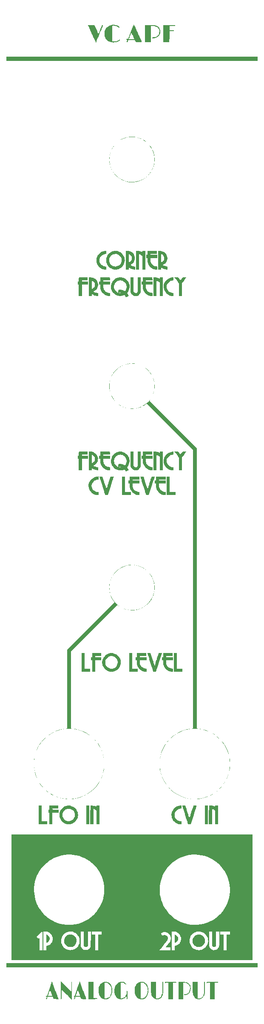
<source format=gto>
G04 #@! TF.GenerationSoftware,KiCad,Pcbnew,6.0.4-6f826c9f35~116~ubuntu20.04.1*
G04 #@! TF.CreationDate,2022-04-19T12:37:51-04:00*
G04 #@! TF.ProjectId,vcapf_panel,76636170-665f-4706-916e-656c2e6b6963,rev?*
G04 #@! TF.SameCoordinates,Original*
G04 #@! TF.FileFunction,Legend,Top*
G04 #@! TF.FilePolarity,Positive*
%FSLAX46Y46*%
G04 Gerber Fmt 4.6, Leading zero omitted, Abs format (unit mm)*
G04 Created by KiCad (PCBNEW 6.0.4-6f826c9f35~116~ubuntu20.04.1) date 2022-04-19 12:37:51*
%MOMM*%
%LPD*%
G01*
G04 APERTURE LIST*
G04 APERTURE END LIST*
G04 #@! TO.C,GRAF2*
G36*
X66144044Y-198089089D02*
G01*
X16081382Y-198089089D01*
X16081382Y-197300901D01*
X66144044Y-197300901D01*
X66144044Y-198089089D01*
G37*
G36*
X40102052Y-55681474D02*
G01*
X40311873Y-55687860D01*
X40488245Y-55708871D01*
X40647315Y-55747886D01*
X40805227Y-55808285D01*
X40883884Y-55845143D01*
X41119658Y-55987174D01*
X41319812Y-56162203D01*
X41481612Y-56365935D01*
X41602321Y-56594076D01*
X41679206Y-56842329D01*
X41709530Y-57106401D01*
X41709909Y-57142229D01*
X41685006Y-57409336D01*
X41611778Y-57661561D01*
X41491235Y-57896352D01*
X41328829Y-58106358D01*
X41243197Y-58190256D01*
X41140265Y-58277881D01*
X41033363Y-58359087D01*
X40935818Y-58423722D01*
X40863444Y-58460727D01*
X40851660Y-58482228D01*
X40878840Y-58518028D01*
X40936837Y-58563283D01*
X41017507Y-58613150D01*
X41112702Y-58662785D01*
X41214278Y-58707343D01*
X41314087Y-58741981D01*
X41354254Y-58752578D01*
X41448362Y-58771438D01*
X41559616Y-58789492D01*
X41614865Y-58796881D01*
X41761061Y-58814468D01*
X41761061Y-59426130D01*
X41562156Y-59409542D01*
X41244842Y-59358740D01*
X40943837Y-59260158D01*
X40656453Y-59112879D01*
X40614691Y-59086747D01*
X40547040Y-59045232D01*
X40497340Y-59018096D01*
X40481208Y-59012012D01*
X40473386Y-59035428D01*
X40467495Y-59097654D01*
X40464533Y-59186659D01*
X40464364Y-59215416D01*
X40464364Y-59418819D01*
X39879580Y-59418819D01*
X39879580Y-57375164D01*
X40464165Y-57375164D01*
X40464456Y-57560588D01*
X40466572Y-57703863D01*
X40471845Y-57809339D01*
X40481611Y-57881362D01*
X40497203Y-57924280D01*
X40519955Y-57942441D01*
X40551200Y-57940193D01*
X40592273Y-57921884D01*
X40644508Y-57891861D01*
X40686500Y-57867308D01*
X40848746Y-57746588D01*
X40972279Y-57594900D01*
X41054681Y-57416897D01*
X41093531Y-57217229D01*
X41094585Y-57082900D01*
X41060107Y-56878192D01*
X40982656Y-56700665D01*
X40862063Y-56550044D01*
X40698161Y-56426058D01*
X40682460Y-56416872D01*
X40623099Y-56382090D01*
X40575572Y-56356036D01*
X40538569Y-56343068D01*
X40510781Y-56347549D01*
X40490899Y-56373838D01*
X40477613Y-56426295D01*
X40469615Y-56509282D01*
X40465595Y-56627159D01*
X40464243Y-56784286D01*
X40464251Y-56985023D01*
X40464364Y-57143244D01*
X40464165Y-57375164D01*
X39879580Y-57375164D01*
X39879580Y-55681282D01*
X40102052Y-55681474D01*
G37*
G36*
X31667167Y-138746147D02*
G01*
X32785886Y-138746147D01*
X32785886Y-139356357D01*
X31056957Y-139356357D01*
X31056957Y-135618819D01*
X31667167Y-135618819D01*
X31667167Y-138746147D01*
G37*
G36*
X58287588Y-169663464D02*
G01*
X57677377Y-169663464D01*
X57677377Y-166917837D01*
X57569319Y-166838188D01*
X57478704Y-166779524D01*
X57363159Y-166715732D01*
X57242209Y-166656689D01*
X57135380Y-166612275D01*
X57098949Y-166600221D01*
X57041742Y-166583561D01*
X57041742Y-169663464D01*
X56431202Y-169663464D01*
X56437723Y-167801051D01*
X56444244Y-165938639D01*
X56723924Y-165945452D01*
X57051785Y-165974726D01*
X57353143Y-166045649D01*
X57535428Y-166114605D01*
X57674753Y-166176222D01*
X57682422Y-166057430D01*
X57690090Y-165938639D01*
X58287588Y-165924313D01*
X58287588Y-169663464D01*
G37*
G36*
X42848967Y-62424561D02*
G01*
X42841642Y-63906407D01*
X42762169Y-64071672D01*
X42639724Y-64274767D01*
X42487216Y-64436908D01*
X42304141Y-64558514D01*
X42089996Y-64640007D01*
X42079894Y-64642668D01*
X41907344Y-64674659D01*
X41747910Y-64673482D01*
X41583700Y-64641123D01*
X41481595Y-64607275D01*
X41380273Y-64563776D01*
X41339620Y-64542260D01*
X41226586Y-64459089D01*
X41109964Y-64345115D01*
X41003475Y-64216112D01*
X40920839Y-64087856D01*
X40892396Y-64028057D01*
X40833033Y-63880981D01*
X40825702Y-62412663D01*
X40818370Y-60944345D01*
X41430531Y-60944345D01*
X41430531Y-62343756D01*
X41430594Y-62646528D01*
X41430878Y-62902693D01*
X41431527Y-63116494D01*
X41432682Y-63292177D01*
X41434485Y-63433983D01*
X41437079Y-63546158D01*
X41440608Y-63632945D01*
X41445212Y-63698588D01*
X41451034Y-63747330D01*
X41458217Y-63783415D01*
X41466904Y-63811088D01*
X41477236Y-63834592D01*
X41480806Y-63841715D01*
X41560552Y-63955548D01*
X41664002Y-64026041D01*
X41796494Y-64056404D01*
X41840765Y-64058159D01*
X41965390Y-64045768D01*
X42064060Y-64001721D01*
X42152205Y-63918070D01*
X42179010Y-63883922D01*
X42190237Y-63867583D01*
X42199786Y-63848299D01*
X42207836Y-63821955D01*
X42214565Y-63784439D01*
X42220153Y-63731638D01*
X42224778Y-63659438D01*
X42228619Y-63563726D01*
X42231855Y-63440390D01*
X42234664Y-63285316D01*
X42237225Y-63094391D01*
X42239718Y-62863502D01*
X42242320Y-62588535D01*
X42244144Y-62385393D01*
X42256857Y-60957057D01*
X42556575Y-60949886D01*
X42856293Y-60942714D01*
X42848967Y-62424561D01*
G37*
G36*
X46108809Y-56291492D02*
G01*
X44786687Y-56291492D01*
X44786687Y-56494895D01*
X46134234Y-56494895D01*
X46134234Y-57130531D01*
X44786687Y-57130531D01*
X44786834Y-57353003D01*
X44789889Y-57477834D01*
X44797830Y-57604745D01*
X44809057Y-57709390D01*
X44811219Y-57723471D01*
X44873376Y-57950915D01*
X44979438Y-58161061D01*
X45123986Y-58348970D01*
X45301600Y-58509703D01*
X45506861Y-58638322D01*
X45734347Y-58729888D01*
X45968969Y-58778390D01*
X46121522Y-58795896D01*
X46128661Y-59107358D01*
X46135799Y-59418819D01*
X46026959Y-59415647D01*
X45932171Y-59409643D01*
X45824973Y-59398392D01*
X45790395Y-59393701D01*
X45496429Y-59325403D01*
X45219969Y-59211332D01*
X44965612Y-59054896D01*
X44737954Y-58859506D01*
X44541592Y-58628572D01*
X44381120Y-58365505D01*
X44367366Y-58337853D01*
X44302119Y-58188458D01*
X44253777Y-58037745D01*
X44219643Y-57873069D01*
X44197020Y-57681786D01*
X44184435Y-57480131D01*
X44168931Y-57130531D01*
X43973073Y-57130531D01*
X43973073Y-56494895D01*
X44175185Y-56494895D01*
X44182187Y-56094445D01*
X44189189Y-55693994D01*
X46108809Y-55680670D01*
X46108809Y-56291492D01*
G37*
G36*
X57808344Y-200985432D02*
G01*
X57941600Y-200987052D01*
X58042548Y-200989773D01*
X58115824Y-200993758D01*
X58166061Y-200999172D01*
X58197897Y-201006181D01*
X58215965Y-201014948D01*
X58223401Y-201022981D01*
X58234152Y-201079234D01*
X58221217Y-201108359D01*
X58200423Y-201128583D01*
X58161777Y-201143024D01*
X58096272Y-201153302D01*
X57994898Y-201161042D01*
X57903529Y-201165566D01*
X57613814Y-201178279D01*
X57607269Y-202799150D01*
X57600725Y-204420020D01*
X56635311Y-204420020D01*
X56628767Y-202799150D01*
X56622222Y-201178279D01*
X56462956Y-201170700D01*
X56347810Y-201170985D01*
X56226605Y-201179976D01*
X56164092Y-201188927D01*
X56057849Y-201203495D01*
X55989783Y-201198585D01*
X55950439Y-201172532D01*
X55937793Y-201149046D01*
X55937737Y-201087632D01*
X55979167Y-201035635D01*
X56052760Y-201004517D01*
X56055818Y-201003944D01*
X56099020Y-201000582D01*
X56187129Y-200997314D01*
X56314204Y-200994238D01*
X56474301Y-200991451D01*
X56661478Y-200989053D01*
X56869791Y-200987142D01*
X57093297Y-200985817D01*
X57168376Y-200985528D01*
X57426367Y-200984834D01*
X57638145Y-200984748D01*
X57808344Y-200985432D01*
G37*
G36*
X35754304Y-95579825D02*
G01*
X36714114Y-95586487D01*
X36721277Y-95885236D01*
X36728441Y-96183984D01*
X35404705Y-96183984D01*
X35404705Y-96386543D01*
X36072122Y-96393322D01*
X36739540Y-96400101D01*
X36739540Y-97010311D01*
X36072122Y-97017089D01*
X35404705Y-97023868D01*
X35404705Y-97297783D01*
X35416209Y-97542809D01*
X35453266Y-97752009D01*
X35519688Y-97935524D01*
X35619289Y-98103499D01*
X35755883Y-98266078D01*
X35776884Y-98287678D01*
X35927972Y-98420646D01*
X36093639Y-98524476D01*
X36283507Y-98603554D01*
X36507196Y-98662265D01*
X36656907Y-98688818D01*
X36752252Y-98703406D01*
X36752252Y-99311312D01*
X36618769Y-99308339D01*
X36508164Y-99301764D01*
X36389596Y-99288801D01*
X36351485Y-99283078D01*
X36066518Y-99210080D01*
X35795604Y-99089302D01*
X35542592Y-98922783D01*
X35351749Y-98754101D01*
X35150208Y-98521211D01*
X34993554Y-98268843D01*
X34881364Y-98001902D01*
X34853287Y-97912376D01*
X34833155Y-97828726D01*
X34819202Y-97738114D01*
X34809663Y-97627700D01*
X34802773Y-97484644D01*
X34800255Y-97412059D01*
X34787766Y-97025618D01*
X34683072Y-97017965D01*
X34578378Y-97010311D01*
X34578378Y-96400101D01*
X34686437Y-96392282D01*
X34794495Y-96384464D01*
X34794495Y-95573163D01*
X35754304Y-95579825D01*
G37*
G36*
X45671386Y-60951207D02*
G01*
X45806364Y-60961552D01*
X45942872Y-60977412D01*
X46060416Y-60996184D01*
X46109974Y-61006911D01*
X46221541Y-61037960D01*
X46336789Y-61075010D01*
X46442819Y-61113367D01*
X46526730Y-61148340D01*
X46575621Y-61175234D01*
X46577908Y-61177138D01*
X46612831Y-61197021D01*
X46633294Y-61177275D01*
X46641970Y-61113540D01*
X46642743Y-61071472D01*
X46642743Y-60944345D01*
X47227528Y-60944345D01*
X47227528Y-64681882D01*
X46642743Y-64681882D01*
X46642743Y-61965324D01*
X46534685Y-61872823D01*
X46442312Y-61805432D01*
X46323333Y-61734357D01*
X46198119Y-61670626D01*
X46087043Y-61625270D01*
X46064514Y-61618277D01*
X46007505Y-61602105D01*
X46000950Y-63135638D01*
X45994395Y-64669170D01*
X45396897Y-64683496D01*
X45396897Y-60936727D01*
X45671386Y-60951207D01*
G37*
G36*
X66144044Y-17899099D02*
G01*
X16081382Y-17899099D01*
X16081382Y-17110911D01*
X66144044Y-17110911D01*
X66144044Y-17899099D01*
G37*
G36*
X39752453Y-103632661D02*
G01*
X40318168Y-103639504D01*
X40883884Y-103646347D01*
X40891047Y-103945095D01*
X40898210Y-104243844D01*
X39142242Y-104243844D01*
X39142242Y-100531732D01*
X39752453Y-100531732D01*
X39752453Y-103632661D01*
G37*
G36*
X50049750Y-138746147D02*
G01*
X51168469Y-138746147D01*
X51168469Y-139356357D01*
X49439540Y-139356357D01*
X49439540Y-135618819D01*
X50049750Y-135618819D01*
X50049750Y-138746147D01*
G37*
G36*
X50354855Y-61014656D02*
G01*
X50395914Y-61065176D01*
X50457141Y-61145136D01*
X50529384Y-61242431D01*
X50585713Y-61320082D01*
X50753008Y-61553206D01*
X50975129Y-61248776D01*
X51197250Y-60944345D01*
X51565741Y-60944345D01*
X51714182Y-60945268D01*
X51817583Y-60948390D01*
X51881730Y-60954235D01*
X51912407Y-60963330D01*
X51915441Y-60976127D01*
X51896137Y-61004396D01*
X51851062Y-61068269D01*
X51784224Y-61162132D01*
X51699633Y-61280372D01*
X51601298Y-61417373D01*
X51493228Y-61567522D01*
X51481950Y-61583170D01*
X51067250Y-62158431D01*
X51060652Y-63413800D01*
X51054054Y-64669170D01*
X50755305Y-64676333D01*
X50456557Y-64683496D01*
X50456557Y-62184774D01*
X50011785Y-61570916D01*
X49567013Y-60957057D01*
X50291291Y-60942355D01*
X50354855Y-61014656D01*
G37*
G36*
X40135935Y-13558317D02*
G01*
X40171805Y-13562710D01*
X40277874Y-13578616D01*
X40873271Y-12128851D01*
X40978799Y-11872414D01*
X41078787Y-11630441D01*
X41171549Y-11406950D01*
X41255397Y-11205956D01*
X41328645Y-11031475D01*
X41389606Y-10887525D01*
X41436593Y-10778122D01*
X41467919Y-10707282D01*
X41481897Y-10679021D01*
X41482326Y-10678682D01*
X41495542Y-10701012D01*
X41527837Y-10765302D01*
X41577220Y-10867233D01*
X41641696Y-11002485D01*
X41719272Y-11166739D01*
X41807954Y-11355676D01*
X41905749Y-11564977D01*
X42010663Y-11790322D01*
X42120704Y-12027394D01*
X42233877Y-12271872D01*
X42348189Y-12519437D01*
X42461648Y-12765771D01*
X42572258Y-13006553D01*
X42678028Y-13237466D01*
X42776962Y-13454190D01*
X42867069Y-13652405D01*
X42946355Y-13827794D01*
X43012825Y-13976035D01*
X43064488Y-14092812D01*
X43099348Y-14173803D01*
X43115414Y-14214691D01*
X43116208Y-14218769D01*
X43088889Y-14224095D01*
X43017832Y-14228848D01*
X42910150Y-14232809D01*
X42772954Y-14235759D01*
X42613355Y-14237481D01*
X42495726Y-14237838D01*
X41885845Y-14237838D01*
X41678445Y-13805606D01*
X41166750Y-13805385D01*
X41001064Y-13804550D01*
X40844226Y-13802355D01*
X40706567Y-13799053D01*
X40598418Y-13794895D01*
X40530108Y-13790133D01*
X40527262Y-13789805D01*
X40399469Y-13774445D01*
X40328334Y-13948935D01*
X40275865Y-14072534D01*
X40233979Y-14155602D01*
X40196909Y-14205757D01*
X40158884Y-14230617D01*
X40114135Y-14237799D01*
X40109536Y-14237838D01*
X40044579Y-14222803D01*
X40020223Y-14189518D01*
X40024526Y-14137149D01*
X40056800Y-14052404D01*
X40094786Y-13977647D01*
X40138465Y-13896381D01*
X40170431Y-13833476D01*
X40184494Y-13801169D01*
X40184685Y-13799894D01*
X40163287Y-13783799D01*
X40122899Y-13770186D01*
X40059419Y-13742125D01*
X40006288Y-13699316D01*
X39981507Y-13656650D01*
X39981281Y-13653053D01*
X39997466Y-13619744D01*
X40023509Y-13589032D01*
X40039315Y-13579502D01*
X40489790Y-13579502D01*
X40507017Y-13590496D01*
X40560612Y-13599729D01*
X40653442Y-13607372D01*
X40788374Y-13613598D01*
X40968278Y-13618579D01*
X41196020Y-13622487D01*
X41208058Y-13622648D01*
X41339581Y-13623111D01*
X41450948Y-13621056D01*
X41533301Y-13616841D01*
X41577780Y-13610822D01*
X41583083Y-13607524D01*
X41572797Y-13579369D01*
X41544086Y-13512415D01*
X41500175Y-13413877D01*
X41444288Y-13290969D01*
X41379648Y-13150906D01*
X41364376Y-13118084D01*
X41292082Y-12962769D01*
X41221774Y-12811401D01*
X41158291Y-12674423D01*
X41106471Y-12562275D01*
X41071154Y-12485399D01*
X41070280Y-12483484D01*
X40994891Y-12318219D01*
X40742341Y-12938671D01*
X40674814Y-13105312D01*
X40614098Y-13256574D01*
X40562716Y-13386051D01*
X40523193Y-13487341D01*
X40498053Y-13554039D01*
X40489790Y-13579502D01*
X40039315Y-13579502D01*
X40068733Y-13561764D01*
X40135935Y-13558317D01*
G37*
G36*
X32277377Y-61553582D02*
G01*
X31711662Y-61560425D01*
X31145946Y-61567268D01*
X31130164Y-61757958D01*
X32328228Y-61757958D01*
X32328228Y-62393594D01*
X31133233Y-62393594D01*
X31133233Y-64681882D01*
X30523023Y-64681882D01*
X30523023Y-62393594D01*
X30294194Y-62393594D01*
X30294194Y-61757958D01*
X30521732Y-61757958D01*
X30528734Y-61357508D01*
X30535736Y-60957057D01*
X31406557Y-60950367D01*
X32277377Y-60943677D01*
X32277377Y-61553582D01*
G37*
G36*
X50939640Y-166561562D02*
G01*
X50817127Y-166561562D01*
X50619094Y-166584869D01*
X50415982Y-166650597D01*
X50217309Y-166752458D01*
X50032595Y-166884162D01*
X49871357Y-167039421D01*
X49743116Y-167211944D01*
X49693894Y-167303677D01*
X49615794Y-167526323D01*
X49585133Y-167750924D01*
X49598965Y-167972561D01*
X49654344Y-168186316D01*
X49748324Y-168387271D01*
X49877961Y-168570507D01*
X50040308Y-168731106D01*
X50232419Y-168864149D01*
X50451350Y-168964718D01*
X50694153Y-169027895D01*
X50729880Y-169033475D01*
X50939640Y-169063607D01*
X50939640Y-169663464D01*
X50780731Y-169661391D01*
X50667834Y-169654341D01*
X50538032Y-169638193D01*
X50443844Y-169621332D01*
X50255854Y-169566217D01*
X50053848Y-169481407D01*
X49856833Y-169375875D01*
X49696943Y-169268668D01*
X49499425Y-169090712D01*
X49322950Y-168876277D01*
X49175530Y-168637653D01*
X49065176Y-168387130D01*
X49017867Y-168226927D01*
X48992705Y-168078328D01*
X48978644Y-167904925D01*
X48975980Y-167725392D01*
X48985008Y-167558407D01*
X49005227Y-167426026D01*
X49045548Y-167296471D01*
X49109069Y-167143208D01*
X49187670Y-166982593D01*
X49273233Y-166830979D01*
X49357637Y-166704723D01*
X49373538Y-166684113D01*
X49574688Y-166470221D01*
X49810631Y-166286625D01*
X50072542Y-166138081D01*
X50351596Y-166029346D01*
X50638968Y-165965177D01*
X50725682Y-165955311D01*
X50939640Y-165936551D01*
X50939640Y-166561562D01*
G37*
G36*
X35993576Y-57289884D02*
G01*
X36018524Y-57132599D01*
X36025316Y-57105106D01*
X36127246Y-56819478D01*
X36272397Y-56555314D01*
X36456088Y-56317295D01*
X36673637Y-56110102D01*
X36920363Y-55938416D01*
X37191583Y-55806918D01*
X37387888Y-55742771D01*
X37521517Y-55717738D01*
X37685274Y-55702642D01*
X37861125Y-55697758D01*
X38031034Y-55703363D01*
X38176967Y-55719732D01*
X38226927Y-55729921D01*
X38513380Y-55825441D01*
X38780473Y-55965155D01*
X39023217Y-56144481D01*
X39236623Y-56358836D01*
X39415700Y-56603636D01*
X39555462Y-56874298D01*
X39600129Y-56991357D01*
X39668356Y-57266167D01*
X39688998Y-57549430D01*
X39663276Y-57835320D01*
X39592409Y-58118013D01*
X39477618Y-58391684D01*
X39320123Y-58650510D01*
X39227287Y-58770685D01*
X39069696Y-58929842D01*
X38875733Y-59078149D01*
X38659843Y-59206646D01*
X38436467Y-59306373D01*
X38288767Y-59352900D01*
X38137159Y-59381925D01*
X37961638Y-59400330D01*
X37783253Y-59406945D01*
X37623050Y-59400602D01*
X37562549Y-59393217D01*
X37272196Y-59322211D01*
X36999076Y-59206191D01*
X36747880Y-59049424D01*
X36523301Y-58856176D01*
X36330029Y-58630715D01*
X36172758Y-58377306D01*
X36056179Y-58100217D01*
X36024944Y-57994995D01*
X35997412Y-57844968D01*
X35983012Y-57664892D01*
X35982246Y-57550050D01*
X36574274Y-57550050D01*
X36598504Y-57779257D01*
X36667636Y-58002177D01*
X36776331Y-58211139D01*
X36919253Y-58398471D01*
X37091062Y-58556502D01*
X37286423Y-58677560D01*
X37388973Y-58721000D01*
X37609016Y-58782587D01*
X37820141Y-58801694D01*
X38039407Y-58779559D01*
X38081234Y-58771252D01*
X38308343Y-58698982D01*
X38515008Y-58586096D01*
X38696734Y-58438559D01*
X38849027Y-58262338D01*
X38967389Y-58063398D01*
X39047325Y-57847704D01*
X39084339Y-57621223D01*
X39080915Y-57444730D01*
X39031710Y-57198841D01*
X38938460Y-56973320D01*
X38805417Y-56772631D01*
X38636837Y-56601242D01*
X38436975Y-56463616D01*
X38210084Y-56364219D01*
X38003449Y-56313816D01*
X37773106Y-56300889D01*
X37548388Y-56334244D01*
X37334575Y-56409313D01*
X37136948Y-56521528D01*
X36960787Y-56666321D01*
X36811374Y-56839124D01*
X36693989Y-57035371D01*
X36613913Y-57250491D01*
X36576426Y-57479919D01*
X36574274Y-57550050D01*
X35982246Y-57550050D01*
X35981736Y-57473589D01*
X35993576Y-57289884D01*
G37*
G36*
X29674240Y-203754760D02*
G01*
X29675228Y-203754826D01*
X29757389Y-203760359D01*
X30192618Y-202431181D01*
X30275507Y-202177991D01*
X30354675Y-201936070D01*
X30428514Y-201710340D01*
X30495415Y-201505722D01*
X30553770Y-201327141D01*
X30601969Y-201179518D01*
X30638404Y-201067777D01*
X30661466Y-200996840D01*
X30667698Y-200977529D01*
X30695771Y-200904196D01*
X30717350Y-200880433D01*
X30726825Y-200888540D01*
X30738560Y-200917728D01*
X30766337Y-200990794D01*
X30808719Y-201103864D01*
X30864273Y-201253062D01*
X30931562Y-201434513D01*
X31009152Y-201644342D01*
X31095607Y-201878673D01*
X31189492Y-202133633D01*
X31289372Y-202405345D01*
X31375587Y-202640241D01*
X31479212Y-202922756D01*
X31577845Y-203191656D01*
X31670069Y-203443078D01*
X31754467Y-203673156D01*
X31829621Y-203878026D01*
X31894113Y-204053825D01*
X31946527Y-204196688D01*
X31985443Y-204302751D01*
X32009446Y-204368149D01*
X32017029Y-204388786D01*
X32011383Y-204400072D01*
X31981273Y-204408154D01*
X31921344Y-204413309D01*
X31826237Y-204415814D01*
X31690596Y-204415946D01*
X31525482Y-204414211D01*
X31021980Y-204407308D01*
X30947003Y-204197548D01*
X30872027Y-203987788D01*
X29846546Y-203987788D01*
X29787820Y-204172123D01*
X29736076Y-204310968D01*
X29684752Y-204402486D01*
X29634715Y-204445633D01*
X29586835Y-204439371D01*
X29573807Y-204428496D01*
X29557320Y-204377192D01*
X29570967Y-204289676D01*
X29614032Y-204170157D01*
X29620421Y-204155492D01*
X29653883Y-204076944D01*
X29676910Y-204017376D01*
X29683984Y-203992637D01*
X29662823Y-203971461D01*
X29611508Y-203946178D01*
X29607708Y-203944720D01*
X29550164Y-203910457D01*
X29531601Y-203859192D01*
X29531432Y-203851657D01*
X29544903Y-203789953D01*
X29571835Y-203771672D01*
X29918523Y-203771672D01*
X29985588Y-203787733D01*
X30038489Y-203794818D01*
X30124302Y-203800227D01*
X30232920Y-203803953D01*
X30354231Y-203805987D01*
X30478126Y-203806321D01*
X30594496Y-203804949D01*
X30693231Y-203801863D01*
X30764221Y-203797054D01*
X30797356Y-203790515D01*
X30798465Y-203788352D01*
X30787709Y-203759562D01*
X30761824Y-203689641D01*
X30723243Y-203585179D01*
X30674398Y-203452767D01*
X30617722Y-203298997D01*
X30563692Y-203152305D01*
X30502235Y-202987483D01*
X30445953Y-202840506D01*
X30397308Y-202717488D01*
X30358764Y-202624540D01*
X30332783Y-202567777D01*
X30322151Y-202552702D01*
X30310456Y-202580087D01*
X30285601Y-202649199D01*
X30249870Y-202753312D01*
X30205544Y-202885704D01*
X30154905Y-203039651D01*
X30112715Y-203169680D01*
X29918523Y-203771672D01*
X29571835Y-203771672D01*
X29590110Y-203759267D01*
X29674240Y-203754760D01*
G37*
G36*
X29026980Y-202932633D02*
G01*
X29018682Y-201979180D01*
X29017338Y-201763066D01*
X29017122Y-201562436D01*
X29017962Y-201383097D01*
X29019786Y-201230857D01*
X29022523Y-201111523D01*
X29026100Y-201030903D01*
X29030445Y-200994804D01*
X29030867Y-200993944D01*
X29066803Y-200964418D01*
X29111901Y-200981040D01*
X29135521Y-201002117D01*
X29143393Y-201014181D01*
X29150174Y-201035848D01*
X29155942Y-201070667D01*
X29160777Y-201122185D01*
X29164759Y-201193948D01*
X29167968Y-201289506D01*
X29170483Y-201412404D01*
X29172384Y-201566192D01*
X29173751Y-201754415D01*
X29174662Y-201980622D01*
X29175199Y-202248361D01*
X29175440Y-202561178D01*
X29175476Y-202781897D01*
X29175204Y-203074200D01*
X29174421Y-203351060D01*
X29173171Y-203608364D01*
X29171499Y-203842001D01*
X29169449Y-204047860D01*
X29167068Y-204221830D01*
X29164401Y-204359799D01*
X29161491Y-204457657D01*
X29158385Y-204511292D01*
X29156407Y-204520537D01*
X29135251Y-204502977D01*
X29081231Y-204452882D01*
X28997656Y-204373454D01*
X28887838Y-204267894D01*
X28755086Y-204139404D01*
X28602713Y-203991185D01*
X28434027Y-203826439D01*
X28252342Y-203648368D01*
X28120320Y-203518607D01*
X27103303Y-202517864D01*
X27090591Y-203454986D01*
X27086857Y-203712124D01*
X27082951Y-203922648D01*
X27078344Y-204090796D01*
X27072509Y-204220804D01*
X27064917Y-204316908D01*
X27055040Y-204383346D01*
X27042351Y-204424354D01*
X27026320Y-204444168D01*
X27006419Y-204447024D01*
X26982121Y-204437160D01*
X26969120Y-204429391D01*
X26943218Y-204399992D01*
X26929844Y-204345433D01*
X26926145Y-204253498D01*
X26926173Y-204245628D01*
X26926408Y-204192934D01*
X26926796Y-204094217D01*
X26927320Y-203954307D01*
X26927963Y-203778031D01*
X26928707Y-203570218D01*
X26929536Y-203335697D01*
X26930431Y-203079295D01*
X26931377Y-202805841D01*
X26932354Y-202520164D01*
X26932529Y-202468735D01*
X26938038Y-200847981D01*
X29026980Y-202932633D01*
G37*
G36*
X36643724Y-36901318D02*
G01*
X36724224Y-36461256D01*
X36849931Y-36036431D01*
X37022660Y-35619826D01*
X37095224Y-35473369D01*
X37334342Y-35063104D01*
X37608644Y-34686932D01*
X37914909Y-34345927D01*
X38249916Y-34041162D01*
X38610445Y-33773712D01*
X38993275Y-33544649D01*
X39395186Y-33355047D01*
X39812956Y-33205980D01*
X40243365Y-33098521D01*
X40683193Y-33033744D01*
X41129218Y-33012722D01*
X41578221Y-33036529D01*
X42026980Y-33106238D01*
X42472274Y-33222923D01*
X42910883Y-33387658D01*
X43095896Y-33473175D01*
X43509035Y-33703181D01*
X43892876Y-33973216D01*
X44245031Y-34280162D01*
X44563109Y-34620901D01*
X44844722Y-34992314D01*
X45087479Y-35391282D01*
X45288991Y-35814687D01*
X45446869Y-36259409D01*
X45549769Y-36675776D01*
X45597608Y-37000098D01*
X45620684Y-37352915D01*
X45619134Y-37718387D01*
X45593098Y-38080671D01*
X45542711Y-38423925D01*
X45534222Y-38467103D01*
X45446097Y-38809125D01*
X45320427Y-39163646D01*
X45163462Y-39517324D01*
X44981453Y-39856818D01*
X44780651Y-40168787D01*
X44664049Y-40324325D01*
X44570487Y-40434418D01*
X44450088Y-40565149D01*
X44314878Y-40704362D01*
X44176885Y-40839905D01*
X44048136Y-40959622D01*
X43960360Y-41035436D01*
X43591128Y-41306367D01*
X43193357Y-41537776D01*
X42772383Y-41728066D01*
X42333543Y-41875638D01*
X41882176Y-41978894D01*
X41423617Y-42036236D01*
X40963205Y-42046066D01*
X40655055Y-42025140D01*
X40197902Y-41952121D01*
X39744259Y-41830211D01*
X39300459Y-41661290D01*
X39078679Y-41557006D01*
X38669006Y-41323361D01*
X38288076Y-41049457D01*
X37938720Y-40738559D01*
X37623764Y-40393931D01*
X37346039Y-40018840D01*
X37108372Y-39616549D01*
X36913594Y-39190325D01*
X36831001Y-38962738D01*
X36731347Y-38628065D01*
X36661688Y-38308543D01*
X36619750Y-37987967D01*
X36603259Y-37650132D01*
X36603456Y-37633288D01*
X36628208Y-37633288D01*
X36663739Y-38109394D01*
X36726967Y-38487554D01*
X36844690Y-38929366D01*
X37008550Y-39354487D01*
X37215650Y-39759682D01*
X37463090Y-40141718D01*
X37747971Y-40497361D01*
X38067393Y-40823378D01*
X38418458Y-41116534D01*
X38798265Y-41373598D01*
X39203917Y-41591334D01*
X39632514Y-41766509D01*
X39681909Y-41783366D01*
X40142716Y-41912348D01*
X40603661Y-41990732D01*
X41066588Y-42018740D01*
X41480138Y-42001625D01*
X41957360Y-41934738D01*
X42417629Y-41821129D01*
X42858276Y-41662650D01*
X43276633Y-41461154D01*
X43670032Y-41218494D01*
X44035805Y-40936522D01*
X44371283Y-40617090D01*
X44673799Y-40262051D01*
X44940683Y-39873256D01*
X45169268Y-39452560D01*
X45177889Y-39434435D01*
X45355714Y-39000482D01*
X45484539Y-38553786D01*
X45564511Y-38093606D01*
X45595780Y-37619202D01*
X45592710Y-37363156D01*
X45561206Y-36947371D01*
X45497472Y-36559809D01*
X45398158Y-36186837D01*
X45259911Y-35814824D01*
X45155003Y-35582483D01*
X44927630Y-35165742D01*
X44661089Y-34780245D01*
X44357634Y-34427744D01*
X44019520Y-34109989D01*
X43649003Y-33828732D01*
X43248337Y-33585725D01*
X42819779Y-33382718D01*
X42365584Y-33221463D01*
X41989890Y-33124693D01*
X41897655Y-33105832D01*
X41811792Y-33091520D01*
X41723056Y-33081149D01*
X41622204Y-33074108D01*
X41499991Y-33069788D01*
X41347174Y-33067580D01*
X41154510Y-33066873D01*
X41112713Y-33066859D01*
X40911284Y-33067353D01*
X40751451Y-33069243D01*
X40623963Y-33073135D01*
X40519571Y-33079637D01*
X40429025Y-33089358D01*
X40343077Y-33102906D01*
X40252475Y-33120889D01*
X40235536Y-33124519D01*
X39760692Y-33251781D01*
X39309839Y-33422676D01*
X38884986Y-33635880D01*
X38488141Y-33890070D01*
X38121315Y-34183923D01*
X37786517Y-34516114D01*
X37485756Y-34885320D01*
X37417989Y-34980549D01*
X37170130Y-35382302D01*
X36967916Y-35804496D01*
X36811983Y-36243910D01*
X36702964Y-36697327D01*
X36641494Y-37161525D01*
X36628208Y-37633288D01*
X36603456Y-37633288D01*
X36606618Y-37363636D01*
X36643724Y-36901318D01*
G37*
G36*
X49273408Y-200985603D02*
G01*
X49464737Y-200986599D01*
X49629665Y-200988291D01*
X49762729Y-200990615D01*
X49858465Y-200993507D01*
X49911410Y-200996903D01*
X49919990Y-200998673D01*
X49946378Y-201039747D01*
X49932215Y-201094967D01*
X49908094Y-201125612D01*
X49878153Y-201144278D01*
X49826902Y-201156381D01*
X49745204Y-201163069D01*
X49623926Y-201165492D01*
X49590276Y-201165566D01*
X49312413Y-201165566D01*
X49312413Y-204420020D01*
X48320821Y-204420020D01*
X48320821Y-201165566D01*
X48160225Y-201165566D01*
X48042782Y-201170396D01*
X47917750Y-201182755D01*
X47853322Y-201192612D01*
X47741812Y-201204679D01*
X47671775Y-201190803D01*
X47640246Y-201149763D01*
X47639464Y-201104465D01*
X47645567Y-201077921D01*
X47658478Y-201055831D01*
X47682553Y-201037762D01*
X47722147Y-201023282D01*
X47781614Y-201011958D01*
X47865308Y-201003359D01*
X47977585Y-200997052D01*
X48122799Y-200992605D01*
X48305305Y-200989586D01*
X48529458Y-200987563D01*
X48799612Y-200986102D01*
X48833401Y-200985952D01*
X49061142Y-200985366D01*
X49273408Y-200985603D01*
G37*
G36*
X47297585Y-200976610D02*
G01*
X47311079Y-201001497D01*
X47321289Y-201046954D01*
X47328585Y-201117090D01*
X47333340Y-201216012D01*
X47335925Y-201347830D01*
X47336712Y-201516650D01*
X47336072Y-201726580D01*
X47334376Y-201981729D01*
X47333555Y-202088522D01*
X47330814Y-202383689D01*
X47327282Y-202633270D01*
X47322498Y-202842526D01*
X47316003Y-203016722D01*
X47307336Y-203161120D01*
X47296035Y-203280982D01*
X47281643Y-203381573D01*
X47263696Y-203468154D01*
X47241737Y-203545990D01*
X47215303Y-203620342D01*
X47195221Y-203669970D01*
X47072970Y-203906801D01*
X46923069Y-204103702D01*
X46748227Y-204259018D01*
X46551156Y-204371099D01*
X46334566Y-204438292D01*
X46101169Y-204458945D01*
X45924961Y-204444180D01*
X45723069Y-204389137D01*
X45528974Y-204290465D01*
X45353015Y-204155322D01*
X45205531Y-203990866D01*
X45150412Y-203907874D01*
X45091864Y-203801382D01*
X45042218Y-203690644D01*
X45000864Y-203570802D01*
X44967191Y-203436995D01*
X44940588Y-203284365D01*
X44920443Y-203108052D01*
X44906147Y-202903197D01*
X44897088Y-202664939D01*
X44892655Y-202388420D01*
X44892238Y-202068780D01*
X44893568Y-201864765D01*
X44901101Y-201000301D01*
X45390354Y-200993396D01*
X45879606Y-200986491D01*
X45886149Y-202620623D01*
X45892693Y-204254755D01*
X46124494Y-204262021D01*
X46255149Y-204263064D01*
X46354262Y-204255064D01*
X46440700Y-204235686D01*
X46499812Y-204215590D01*
X46659813Y-204129408D01*
X46804866Y-203998532D01*
X46931345Y-203827842D01*
X47035622Y-203622219D01*
X47113099Y-203390291D01*
X47143252Y-203237367D01*
X47166985Y-203035767D01*
X47184206Y-202787270D01*
X47194825Y-202493654D01*
X47198750Y-202156698D01*
X47195893Y-201778182D01*
X47195738Y-201768483D01*
X47192367Y-201552391D01*
X47190196Y-201381573D01*
X47189494Y-201250457D01*
X47190530Y-201153476D01*
X47193575Y-201085058D01*
X47198896Y-201039635D01*
X47206765Y-201011636D01*
X47217450Y-200995493D01*
X47231221Y-200985635D01*
X47233680Y-200984295D01*
X47259257Y-200972117D01*
X47280435Y-200968186D01*
X47297585Y-200976610D01*
G37*
G36*
X33421522Y-204242042D02*
G01*
X33669587Y-204242042D01*
X33787990Y-204239436D01*
X33897051Y-204232457D01*
X33980063Y-204222361D01*
X34005891Y-204216736D01*
X34100026Y-204200726D01*
X34158016Y-204218504D01*
X34182851Y-204271386D01*
X34184284Y-204295236D01*
X34171566Y-204357648D01*
X34125191Y-204392798D01*
X34119066Y-204395224D01*
X34076730Y-204401727D01*
X33989507Y-204407506D01*
X33863355Y-204412390D01*
X33704235Y-204416209D01*
X33518107Y-204418792D01*
X33310930Y-204419967D01*
X33254601Y-204420020D01*
X32455355Y-204420020D01*
X32455355Y-200987588D01*
X33421522Y-200987588D01*
X33421522Y-204242042D01*
G37*
G36*
X35213283Y-137141775D02*
G01*
X35248589Y-136991792D01*
X35364690Y-136698308D01*
X35520908Y-136432430D01*
X35713677Y-136197628D01*
X35939432Y-135997371D01*
X36194606Y-135835130D01*
X36475636Y-135714373D01*
X36599700Y-135677078D01*
X36733870Y-135652244D01*
X36898365Y-135637621D01*
X37074990Y-135633427D01*
X37245549Y-135639880D01*
X37391846Y-135657198D01*
X37438739Y-135667029D01*
X37720433Y-135761503D01*
X37983636Y-135898559D01*
X38223173Y-136073147D01*
X38433868Y-136280220D01*
X38610545Y-136514729D01*
X38748028Y-136771627D01*
X38837495Y-137031330D01*
X38876365Y-137251459D01*
X38887988Y-137487588D01*
X38868015Y-137783388D01*
X38806559Y-138054793D01*
X38701314Y-138307283D01*
X38549971Y-138546338D01*
X38350225Y-138777441D01*
X38341341Y-138786451D01*
X38232065Y-138893563D01*
X38141286Y-138973004D01*
X38054348Y-139035659D01*
X37956599Y-139092416D01*
X37870971Y-139135901D01*
X37751891Y-139190883D01*
X37631550Y-139240729D01*
X37528116Y-139278146D01*
X37485288Y-139290717D01*
X37320661Y-139321399D01*
X37133291Y-139339200D01*
X36946965Y-139342738D01*
X36789622Y-139331215D01*
X36497498Y-139265527D01*
X36223701Y-139154515D01*
X35972173Y-139001631D01*
X35746858Y-138810324D01*
X35551696Y-138584046D01*
X35390632Y-138326247D01*
X35267607Y-138040378D01*
X35248644Y-137982488D01*
X35206906Y-137793582D01*
X35187099Y-137577815D01*
X35189092Y-137368211D01*
X35793269Y-137368211D01*
X35794280Y-137606270D01*
X35841339Y-137839897D01*
X35933600Y-138062614D01*
X36070216Y-138267943D01*
X36118195Y-138323514D01*
X36301264Y-138492225D01*
X36502215Y-138614936D01*
X36727564Y-138695208D01*
X36841241Y-138718868D01*
X36945282Y-138734919D01*
X37023872Y-138741360D01*
X37099628Y-138738204D01*
X37195167Y-138725462D01*
X37235335Y-138719085D01*
X37466130Y-138657619D01*
X37677023Y-138554317D01*
X37863761Y-138414915D01*
X38022095Y-138245152D01*
X38147772Y-138050768D01*
X38236541Y-137837500D01*
X38284152Y-137611087D01*
X38286353Y-137377268D01*
X38278260Y-137311297D01*
X38218277Y-137075148D01*
X38116807Y-136860141D01*
X37979259Y-136670325D01*
X37811043Y-136509752D01*
X37617569Y-136382471D01*
X37404247Y-136292531D01*
X37176487Y-136243984D01*
X36939698Y-136240880D01*
X36861190Y-136250410D01*
X36624265Y-136309530D01*
X36412487Y-136410853D01*
X36219440Y-136557687D01*
X36167127Y-136608156D01*
X36082553Y-136700518D01*
X36003782Y-136798305D01*
X35944555Y-136884130D01*
X35932779Y-136904707D01*
X35839153Y-137132197D01*
X35793269Y-137368211D01*
X35189092Y-137368211D01*
X35189225Y-137354207D01*
X35213283Y-137141775D01*
G37*
G36*
X46560110Y-55681723D02*
G01*
X46853632Y-55699771D01*
X47114818Y-55754114D01*
X47348844Y-55846714D01*
X47560885Y-55979536D01*
X47726173Y-56124000D01*
X47900526Y-56330279D01*
X48032010Y-56556078D01*
X48119259Y-56795822D01*
X48160911Y-57043937D01*
X48155602Y-57294849D01*
X48101969Y-57542985D01*
X48085276Y-57591917D01*
X47977504Y-57833742D01*
X47840346Y-58039372D01*
X47666808Y-58217596D01*
X47471644Y-58363201D01*
X47277440Y-58489864D01*
X47335116Y-58535158D01*
X47468610Y-58618996D01*
X47637701Y-58692824D01*
X47827309Y-58750836D01*
X47971221Y-58780053D01*
X48219119Y-58819102D01*
X48219119Y-59107046D01*
X48218041Y-59235134D01*
X48214030Y-59321059D01*
X48205922Y-59373478D01*
X48192551Y-59401049D01*
X48178270Y-59410665D01*
X48119559Y-59417669D01*
X48024141Y-59412134D01*
X47904030Y-59396090D01*
X47771239Y-59371566D01*
X47637782Y-59340592D01*
X47515671Y-59305197D01*
X47478772Y-59292480D01*
X47353041Y-59240788D01*
X47220635Y-59176639D01*
X47107015Y-59112522D01*
X47091035Y-59102284D01*
X46922423Y-58991539D01*
X46922423Y-59418819D01*
X46312212Y-59418819D01*
X46312212Y-57143244D01*
X46922423Y-57143244D01*
X46923255Y-57402888D01*
X46925752Y-57611865D01*
X46929911Y-57770142D01*
X46935733Y-57877683D01*
X46943215Y-57934456D01*
X46948665Y-57944145D01*
X46987816Y-57934990D01*
X47050521Y-57912440D01*
X47063348Y-57907191D01*
X47160260Y-57850025D01*
X47265934Y-57761367D01*
X47366532Y-57655280D01*
X47448215Y-57545822D01*
X47484890Y-57478905D01*
X47519676Y-57384729D01*
X47538308Y-57285276D01*
X47544583Y-57159232D01*
X47544681Y-57143244D01*
X47525163Y-56940087D01*
X47463461Y-56762253D01*
X47356861Y-56603002D01*
X47304147Y-56546090D01*
X47221157Y-56475056D01*
X47126161Y-56411628D01*
X47034561Y-56364745D01*
X46961755Y-56343349D01*
X46954204Y-56342901D01*
X46944960Y-56353493D01*
X46937564Y-56388444D01*
X46931850Y-56451983D01*
X46927650Y-56548336D01*
X46924795Y-56681729D01*
X46923118Y-56856390D01*
X46922451Y-57076545D01*
X46922423Y-57143244D01*
X46312212Y-57143244D01*
X46312212Y-55681282D01*
X46560110Y-55681723D01*
G37*
G36*
X45216688Y-136871021D02*
G01*
X45292211Y-137113289D01*
X45363552Y-137340827D01*
X45429235Y-137549016D01*
X45487782Y-137733235D01*
X45537716Y-137888864D01*
X45577559Y-138011283D01*
X45605836Y-138095871D01*
X45621069Y-138138009D01*
X45622975Y-138141805D01*
X45633548Y-138121896D01*
X45657590Y-138057805D01*
X45693642Y-137953964D01*
X45740244Y-137814800D01*
X45795937Y-137644744D01*
X45859261Y-137448224D01*
X45928757Y-137229671D01*
X46002966Y-136993513D01*
X46032286Y-136899473D01*
X46108310Y-136656589D01*
X46180536Y-136428684D01*
X46247453Y-136220327D01*
X46307552Y-136036090D01*
X46359321Y-135880542D01*
X46401253Y-135758252D01*
X46431835Y-135673790D01*
X46449558Y-135631726D01*
X46452503Y-135627841D01*
X46487832Y-135624180D01*
X46562654Y-135622342D01*
X46665638Y-135622450D01*
X46773527Y-135624327D01*
X47066617Y-135631532D01*
X46489291Y-137465639D01*
X46396513Y-137760036D01*
X46307893Y-138040552D01*
X46224649Y-138303376D01*
X46148000Y-138544694D01*
X46079163Y-138760693D01*
X46019355Y-138947562D01*
X45969794Y-139101488D01*
X45931698Y-139218658D01*
X45906285Y-139295260D01*
X45894772Y-139327480D01*
X45894473Y-139328052D01*
X45863545Y-139339552D01*
X45795574Y-139348320D01*
X45704064Y-139354121D01*
X45602521Y-139356722D01*
X45504451Y-139355886D01*
X45423359Y-139351379D01*
X45372750Y-139342967D01*
X45363136Y-139337288D01*
X45353812Y-139310482D01*
X45330744Y-139239762D01*
X45295386Y-139129740D01*
X45249191Y-138985027D01*
X45193611Y-138810238D01*
X45130098Y-138609984D01*
X45060107Y-138388877D01*
X44985089Y-138151531D01*
X44906498Y-137902557D01*
X44825786Y-137646568D01*
X44744406Y-137388176D01*
X44663812Y-137131995D01*
X44585455Y-136882636D01*
X44510789Y-136644712D01*
X44441266Y-136422836D01*
X44378340Y-136221619D01*
X44323463Y-136045675D01*
X44278089Y-135899616D01*
X44243669Y-135788054D01*
X44221656Y-135715602D01*
X44213916Y-135688739D01*
X44196389Y-135618819D01*
X44827433Y-135618819D01*
X45216688Y-136871021D01*
G37*
G36*
X22838188Y-165931476D02*
G01*
X23136937Y-165938639D01*
X23143489Y-167495946D01*
X23150041Y-169053254D01*
X24268368Y-169053254D01*
X24268368Y-169663464D01*
X22539440Y-169663464D01*
X22539440Y-165924313D01*
X22838188Y-165931476D01*
G37*
G36*
X51073123Y-200995308D02*
G01*
X51349433Y-201002795D01*
X51580869Y-201013577D01*
X51773375Y-201029210D01*
X51932899Y-201051250D01*
X52065386Y-201081253D01*
X52176783Y-201120774D01*
X52273035Y-201171371D01*
X52360089Y-201234599D01*
X52443891Y-201312014D01*
X52496889Y-201367890D01*
X52642999Y-201562785D01*
X52744314Y-201779408D01*
X52800996Y-202018582D01*
X52813205Y-202281128D01*
X52781104Y-202567870D01*
X52756163Y-202688366D01*
X52679329Y-202922856D01*
X52566238Y-203130814D01*
X52421567Y-203308187D01*
X52249995Y-203450925D01*
X52056200Y-203554974D01*
X51844860Y-203616282D01*
X51666954Y-203631832D01*
X51586088Y-203614867D01*
X51529002Y-203571072D01*
X51506706Y-203511096D01*
X51511134Y-203481102D01*
X51519927Y-203453619D01*
X51531946Y-203436218D01*
X51557421Y-203426371D01*
X51606580Y-203421551D01*
X51689654Y-203419229D01*
X51767086Y-203417856D01*
X51889011Y-203411818D01*
X51982266Y-203395890D01*
X52068761Y-203365427D01*
X52114411Y-203344228D01*
X52280790Y-203235116D01*
X52418817Y-203086346D01*
X52526606Y-202901682D01*
X52602273Y-202684887D01*
X52643932Y-202439725D01*
X52651869Y-202271572D01*
X52634435Y-202020762D01*
X52579742Y-201803723D01*
X52486934Y-201618723D01*
X52355154Y-201464026D01*
X52193593Y-201343859D01*
X52048614Y-201271445D01*
X51889172Y-201222501D01*
X51702899Y-201194017D01*
X51537137Y-201184243D01*
X51333734Y-201178279D01*
X51327189Y-202799150D01*
X51320645Y-204420020D01*
X50354855Y-204420020D01*
X50354855Y-200980121D01*
X51073123Y-200995308D01*
G37*
G36*
X28857658Y-191594228D02*
G01*
X28998109Y-191595994D01*
X29101159Y-191601777D01*
X29180206Y-191613325D01*
X29248649Y-191632388D01*
X29299140Y-191651856D01*
X29520468Y-191769291D01*
X29711714Y-191921086D01*
X29869507Y-192101398D01*
X29990481Y-192304385D01*
X30071266Y-192524205D01*
X30108494Y-192755015D01*
X30098795Y-192990974D01*
X30092769Y-193028225D01*
X30025185Y-193265593D01*
X29912880Y-193483812D01*
X29760104Y-193677428D01*
X29571107Y-193840988D01*
X29364803Y-193962181D01*
X29268256Y-194005961D01*
X29189698Y-194034016D01*
X29110992Y-194050396D01*
X29014001Y-194059152D01*
X28911730Y-194063368D01*
X28723064Y-194062700D01*
X28575747Y-194046673D01*
X28516518Y-194033064D01*
X28294238Y-193945144D01*
X28091429Y-193814451D01*
X27916106Y-193647755D01*
X27776283Y-193451826D01*
X27734951Y-193372858D01*
X27646994Y-193133341D01*
X27607801Y-192893623D01*
X27615519Y-192658397D01*
X27668298Y-192432354D01*
X27764285Y-192220188D01*
X27901629Y-192026592D01*
X28078478Y-191856258D01*
X28292981Y-191713879D01*
X28412713Y-191655105D01*
X28480080Y-191628088D01*
X28544456Y-191610319D01*
X28619201Y-191599969D01*
X28717673Y-191595212D01*
X28853230Y-191594219D01*
X28857658Y-191594228D01*
G37*
G36*
X49236136Y-136229029D02*
G01*
X47914014Y-136229029D01*
X47914014Y-136432433D01*
X49261562Y-136432433D01*
X49261562Y-137042643D01*
X47914014Y-137042643D01*
X47914014Y-137329694D01*
X47925083Y-137576958D01*
X47960554Y-137787268D01*
X48023825Y-137969981D01*
X48118296Y-138134452D01*
X48247363Y-138290039D01*
X48271965Y-138315250D01*
X48476205Y-138485934D01*
X48703718Y-138612223D01*
X48950922Y-138692375D01*
X49096296Y-138716421D01*
X49248849Y-138733434D01*
X49255988Y-139044895D01*
X49263127Y-139356357D01*
X49166999Y-139353023D01*
X49084099Y-139347596D01*
X48981796Y-139337563D01*
X48931031Y-139331443D01*
X48637219Y-139268144D01*
X48361179Y-139158887D01*
X48106941Y-139006675D01*
X47878537Y-138814510D01*
X47679997Y-138585392D01*
X47515352Y-138322325D01*
X47479361Y-138250351D01*
X47398840Y-138051638D01*
X47344378Y-137843453D01*
X47313518Y-137613180D01*
X47303804Y-137348820D01*
X47303804Y-137042643D01*
X47073361Y-137042643D01*
X47080525Y-136743894D01*
X47087688Y-136445146D01*
X47195746Y-136437327D01*
X47303804Y-136429509D01*
X47303804Y-135618819D01*
X49236136Y-135618819D01*
X49236136Y-136229029D01*
G37*
G36*
X32703253Y-95574559D02*
G01*
X32916277Y-95580801D01*
X33093889Y-95599620D01*
X33250614Y-95633973D01*
X33400972Y-95686816D01*
X33518715Y-95740566D01*
X33750295Y-95880374D01*
X33948685Y-96052360D01*
X34110995Y-96251238D01*
X34234330Y-96471722D01*
X34315801Y-96708525D01*
X34352514Y-96956361D01*
X34341577Y-97209944D01*
X34337464Y-97237201D01*
X34269994Y-97499915D01*
X34156719Y-97742254D01*
X33999518Y-97961517D01*
X33800267Y-98155003D01*
X33602198Y-98295373D01*
X33465057Y-98379434D01*
X33525845Y-98428657D01*
X33638902Y-98501781D01*
X33786276Y-98570992D01*
X33951460Y-98630651D01*
X34117949Y-98675115D01*
X34269236Y-98698745D01*
X34323052Y-98701102D01*
X34387688Y-98701102D01*
X34387688Y-99318849D01*
X34190641Y-99303158D01*
X33882343Y-99254584D01*
X33589113Y-99160441D01*
X33318219Y-99023224D01*
X33252732Y-98981064D01*
X33187640Y-98938449D01*
X33141445Y-98910654D01*
X33127855Y-98904505D01*
X33122543Y-98927923D01*
X33118542Y-98990154D01*
X33116531Y-99079165D01*
X33116417Y-99107908D01*
X33116417Y-99311312D01*
X32506206Y-99311312D01*
X32506206Y-97035736D01*
X33116417Y-97035736D01*
X33116920Y-97273195D01*
X33118524Y-97463494D01*
X33121366Y-97610312D01*
X33125585Y-97717331D01*
X33131319Y-97788232D01*
X33138707Y-97826695D01*
X33146527Y-97836637D01*
X33186007Y-97826205D01*
X33251330Y-97799800D01*
X33285509Y-97783933D01*
X33397266Y-97710433D01*
X33509312Y-97604104D01*
X33607607Y-97480911D01*
X33678116Y-97356818D01*
X33691661Y-97322066D01*
X33734467Y-97123193D01*
X33730421Y-96924297D01*
X33681198Y-96734041D01*
X33588472Y-96561084D01*
X33530523Y-96488440D01*
X33454561Y-96415478D01*
X33363746Y-96344980D01*
X33271403Y-96285658D01*
X33190853Y-96246222D01*
X33142687Y-96234835D01*
X33134166Y-96260186D01*
X33127310Y-96336253D01*
X33122121Y-96463060D01*
X33118596Y-96640629D01*
X33116735Y-96868985D01*
X33116417Y-97035736D01*
X32506206Y-97035736D01*
X32506206Y-95573774D01*
X32703253Y-95574559D01*
G37*
G36*
X45470439Y-100532291D02*
G01*
X45559632Y-100534722D01*
X45613603Y-100540157D01*
X45640162Y-100549729D01*
X45647120Y-100564569D01*
X45645203Y-100576227D01*
X45635816Y-100607164D01*
X45612382Y-100682727D01*
X45576116Y-100799033D01*
X45528235Y-100952201D01*
X45469953Y-101138351D01*
X45402488Y-101353600D01*
X45327054Y-101594068D01*
X45244868Y-101855874D01*
X45157146Y-102135136D01*
X45065103Y-102427973D01*
X45063809Y-102432090D01*
X44494294Y-104243460D01*
X44222943Y-104243652D01*
X43951591Y-104243844D01*
X43925314Y-104161212D01*
X43913342Y-104123250D01*
X43887475Y-104041008D01*
X43849046Y-103918725D01*
X43799385Y-103760639D01*
X43739824Y-103570989D01*
X43671693Y-103354014D01*
X43596324Y-103113951D01*
X43515047Y-102855040D01*
X43429195Y-102581518D01*
X43388342Y-102451352D01*
X43300119Y-102170352D01*
X43215288Y-101900362D01*
X43135255Y-101645836D01*
X43061421Y-101411229D01*
X42995193Y-101200997D01*
X42937972Y-101019594D01*
X42891163Y-100871476D01*
X42856170Y-100761098D01*
X42834396Y-100692915D01*
X42829529Y-100677928D01*
X42781413Y-100531732D01*
X43103920Y-100532052D01*
X43426427Y-100532371D01*
X43820377Y-101802195D01*
X43896034Y-102044837D01*
X43967478Y-102271607D01*
X44033265Y-102478085D01*
X44091952Y-102659854D01*
X44142096Y-102812495D01*
X44182255Y-102931590D01*
X44210984Y-103012722D01*
X44226840Y-103051471D01*
X44229288Y-103054078D01*
X44238880Y-103027896D01*
X44261781Y-102958708D01*
X44296244Y-102852081D01*
X44340521Y-102713580D01*
X44392866Y-102548770D01*
X44451530Y-102363217D01*
X44514767Y-102162486D01*
X44580829Y-101952143D01*
X44647969Y-101737754D01*
X44714439Y-101524884D01*
X44778493Y-101319098D01*
X44838383Y-101125962D01*
X44892362Y-100951041D01*
X44938681Y-100799902D01*
X44975595Y-100678109D01*
X44983268Y-100652503D01*
X45019341Y-100531732D01*
X45338211Y-100531732D01*
X45470439Y-100532291D01*
G37*
G36*
X42848967Y-97053990D02*
G01*
X42841642Y-98535836D01*
X42762169Y-98701102D01*
X42639724Y-98904197D01*
X42487216Y-99066337D01*
X42304141Y-99187944D01*
X42089996Y-99269437D01*
X42079894Y-99272097D01*
X41907344Y-99304088D01*
X41747910Y-99302912D01*
X41583700Y-99270552D01*
X41383728Y-99191881D01*
X41204040Y-99072407D01*
X41051850Y-98919489D01*
X40934368Y-98740487D01*
X40858808Y-98542760D01*
X40854912Y-98526872D01*
X40847083Y-98481533D01*
X40840448Y-98414931D01*
X40834928Y-98323463D01*
X40830442Y-98203525D01*
X40826912Y-98051512D01*
X40824257Y-97863820D01*
X40822398Y-97636844D01*
X40821256Y-97366980D01*
X40820750Y-97050623D01*
X40820718Y-96978529D01*
X40820320Y-95573774D01*
X41430531Y-95573774D01*
X41430531Y-96974686D01*
X41430519Y-97289394D01*
X41430773Y-97557369D01*
X41431727Y-97782727D01*
X41433813Y-97969586D01*
X41437466Y-98122064D01*
X41443118Y-98244276D01*
X41451204Y-98340341D01*
X41462157Y-98414375D01*
X41476409Y-98470496D01*
X41494396Y-98512821D01*
X41516549Y-98545467D01*
X41543304Y-98572551D01*
X41575092Y-98598191D01*
X41603751Y-98619904D01*
X41670390Y-98662269D01*
X41740236Y-98682857D01*
X41836449Y-98688385D01*
X41839850Y-98688389D01*
X41965322Y-98675360D01*
X42064387Y-98630895D01*
X42152679Y-98546925D01*
X42179010Y-98513351D01*
X42190237Y-98497013D01*
X42199786Y-98477728D01*
X42207836Y-98451384D01*
X42214565Y-98413868D01*
X42220153Y-98361067D01*
X42224778Y-98288867D01*
X42228619Y-98193156D01*
X42231855Y-98069819D01*
X42234664Y-97914745D01*
X42237225Y-97723820D01*
X42239718Y-97492931D01*
X42242320Y-97217965D01*
X42244144Y-97014822D01*
X42256857Y-95586487D01*
X42556575Y-95579315D01*
X42856293Y-95572144D01*
X42848967Y-97053990D01*
G37*
G36*
X65152453Y-171672072D02*
G01*
X65152453Y-196690691D01*
X17072973Y-196690691D01*
X17072973Y-191994417D01*
X22108557Y-191994417D01*
X22257573Y-192162324D01*
X22332157Y-192244987D01*
X22400319Y-192318127D01*
X22450450Y-192369361D01*
X22460949Y-192379252D01*
X22493464Y-192405660D01*
X22520243Y-192409910D01*
X22554995Y-192387621D01*
X22611430Y-192334415D01*
X22616364Y-192329598D01*
X22717418Y-192230922D01*
X22717418Y-194682082D01*
X23302202Y-194682082D01*
X23480180Y-194682082D01*
X24090391Y-194682082D01*
X24090391Y-193854306D01*
X24264358Y-193809491D01*
X24496936Y-193724021D01*
X24712904Y-193594437D01*
X24906455Y-193426314D01*
X25071782Y-193225229D01*
X25203077Y-192996758D01*
X25233876Y-192921062D01*
X27008363Y-192921062D01*
X27021910Y-193103551D01*
X27049076Y-193256814D01*
X27049449Y-193258259D01*
X27150031Y-193548592D01*
X27292948Y-193815020D01*
X27474086Y-194053550D01*
X27689335Y-194260188D01*
X27934580Y-194430940D01*
X28205711Y-194561812D01*
X28476276Y-194643961D01*
X28636162Y-194668242D01*
X28821953Y-194678653D01*
X29010537Y-194674852D01*
X29178801Y-194656495D01*
X29189875Y-194654537D01*
X29470160Y-194578186D01*
X29734222Y-194457036D01*
X29977068Y-194295883D01*
X30193708Y-194099523D01*
X30379149Y-193872752D01*
X30528399Y-193620365D01*
X30636468Y-193347159D01*
X30666392Y-193235926D01*
X30692719Y-193070233D01*
X30703853Y-192877107D01*
X30699848Y-192677626D01*
X30680755Y-192492868D01*
X30664324Y-192407209D01*
X30575690Y-192136914D01*
X30442751Y-191881820D01*
X30271110Y-191647388D01*
X30066370Y-191439081D01*
X29834137Y-191262361D01*
X29580013Y-191122691D01*
X29309602Y-191025534D01*
X29226326Y-191005532D01*
X29003047Y-190976328D01*
X28760480Y-190975828D01*
X28519667Y-191002855D01*
X28301650Y-191056236D01*
X28298298Y-191057352D01*
X28013884Y-191178581D01*
X27756245Y-191340952D01*
X27529223Y-191540353D01*
X27336659Y-191772672D01*
X27182395Y-192033800D01*
X27070273Y-192319624D01*
X27049449Y-192393794D01*
X27022133Y-192546630D01*
X27008438Y-192728904D01*
X27008363Y-192921062D01*
X25233876Y-192921062D01*
X25262199Y-192851452D01*
X25299472Y-192701557D01*
X25320053Y-192525375D01*
X25323642Y-192341072D01*
X25309944Y-192166812D01*
X25278662Y-192020762D01*
X25275923Y-192012413D01*
X25168652Y-191764762D01*
X25024138Y-191541000D01*
X24848152Y-191348135D01*
X24646466Y-191193175D01*
X24560621Y-191143758D01*
X24397670Y-191067574D01*
X24240062Y-191015773D01*
X24071988Y-190984855D01*
X23877637Y-190971321D01*
X23775259Y-190969970D01*
X30902837Y-190969970D01*
X30917117Y-193932032D01*
X30985259Y-194077417D01*
X31068328Y-194217639D01*
X31180507Y-194356287D01*
X31306571Y-194476379D01*
X31406598Y-194547336D01*
X31541931Y-194616224D01*
X31672583Y-194657010D01*
X31817753Y-194674173D01*
X31950072Y-194674159D01*
X32071257Y-194667152D01*
X32163142Y-194652502D01*
X32247210Y-194625213D01*
X32336994Y-194584221D01*
X32530281Y-194462126D01*
X32690756Y-194304323D01*
X32812495Y-194116760D01*
X32821944Y-194097371D01*
X32900300Y-193932032D01*
X32911340Y-191580181D01*
X33116417Y-191580181D01*
X33802903Y-191580181D01*
X33802903Y-194682082D01*
X34387688Y-194682082D01*
X46613044Y-194682082D01*
X48778479Y-194682082D01*
X49058158Y-194682082D01*
X49668368Y-194682082D01*
X49668368Y-193852657D01*
X49798121Y-193819402D01*
X50036168Y-193732944D01*
X50257193Y-193603072D01*
X50454953Y-193436068D01*
X50623206Y-193238214D01*
X50755708Y-193015791D01*
X50798739Y-192901345D01*
X52567097Y-192901345D01*
X52599852Y-193195104D01*
X52604887Y-193220121D01*
X52650801Y-193377911D01*
X52723651Y-193555603D01*
X52815142Y-193736429D01*
X52916979Y-193903619D01*
X52996298Y-194011379D01*
X53160977Y-194182241D01*
X53360779Y-194339660D01*
X53581859Y-194475074D01*
X53810368Y-194579923D01*
X54016771Y-194642357D01*
X54229418Y-194672631D01*
X54460643Y-194678816D01*
X54687423Y-194661211D01*
X54844732Y-194631582D01*
X55130805Y-194534482D01*
X55394739Y-194394703D01*
X55632244Y-194216757D01*
X55839029Y-194005158D01*
X56010802Y-193764419D01*
X56143274Y-193499054D01*
X56232153Y-193213574D01*
X56243137Y-193160677D01*
X56274733Y-192865199D01*
X56257213Y-192572553D01*
X56192267Y-192287722D01*
X56081585Y-192015690D01*
X55926855Y-191761443D01*
X55729769Y-191529964D01*
X55671243Y-191473613D01*
X55432994Y-191281655D01*
X55184197Y-191138075D01*
X54919686Y-191040684D01*
X54634298Y-190987294D01*
X54499199Y-190977107D01*
X54254291Y-190978328D01*
X54035753Y-191007910D01*
X53825454Y-191069608D01*
X53622022Y-191158780D01*
X53358613Y-191312249D01*
X53135638Y-191492729D01*
X52947468Y-191705919D01*
X52788475Y-191957516D01*
X52741158Y-192050551D01*
X52638869Y-192319462D01*
X52580475Y-192606262D01*
X52567097Y-192901345D01*
X50798739Y-192901345D01*
X50846214Y-192775081D01*
X50849929Y-192761133D01*
X50876317Y-192610012D01*
X50886809Y-192434895D01*
X50881364Y-192257852D01*
X50859938Y-192100953D01*
X50851278Y-192064417D01*
X50760193Y-191818386D01*
X50626072Y-191592999D01*
X50454386Y-191393636D01*
X50250606Y-191225681D01*
X50020205Y-191094516D01*
X49777167Y-191007714D01*
X49673329Y-190988973D01*
X49534936Y-190975984D01*
X49378098Y-190970154D01*
X49345209Y-190969970D01*
X56455007Y-190969970D01*
X56462338Y-192438289D01*
X56469670Y-193906607D01*
X56539183Y-194054987D01*
X56658855Y-194257479D01*
X56808323Y-194423523D01*
X56982306Y-194550637D01*
X57175518Y-194636335D01*
X57382678Y-194678135D01*
X57598503Y-194673551D01*
X57772980Y-194635091D01*
X57975562Y-194546332D01*
X58151707Y-194417237D01*
X58296025Y-194253757D01*
X58403124Y-194061848D01*
X58462433Y-193873574D01*
X58469951Y-193810766D01*
X58476315Y-193698579D01*
X58481530Y-193536773D01*
X58485600Y-193325108D01*
X58488530Y-193063345D01*
X58490324Y-192751245D01*
X58490987Y-192388566D01*
X58490991Y-192354405D01*
X58490991Y-191580181D01*
X58668969Y-191580181D01*
X59355456Y-191580181D01*
X59355456Y-194682082D01*
X59965666Y-194682082D01*
X59965666Y-191580181D01*
X60652152Y-191580181D01*
X60652152Y-190969970D01*
X58668969Y-190969970D01*
X58668969Y-191580181D01*
X58490991Y-191580181D01*
X58490991Y-190969970D01*
X57880781Y-190969970D01*
X57880781Y-193784673D01*
X57822969Y-193870460D01*
X57726440Y-193982182D01*
X57616372Y-194046884D01*
X57486400Y-194067887D01*
X57447393Y-194066520D01*
X57314527Y-194042028D01*
X57213882Y-193985021D01*
X57133489Y-193888137D01*
X57119739Y-193865007D01*
X57108391Y-193843793D01*
X57098806Y-193820519D01*
X57090834Y-193790964D01*
X57084327Y-193750906D01*
X57079136Y-193696123D01*
X57075114Y-193622393D01*
X57072110Y-193525494D01*
X57069977Y-193401203D01*
X57068566Y-193245301D01*
X57067728Y-193053563D01*
X57067315Y-192821769D01*
X57067179Y-192545696D01*
X57067167Y-192371263D01*
X57067167Y-190969970D01*
X56455007Y-190969970D01*
X49345209Y-190969970D01*
X49058158Y-190969970D01*
X49058158Y-194682082D01*
X48778479Y-194682082D01*
X48778479Y-194097298D01*
X48308108Y-194097298D01*
X48159779Y-194096594D01*
X48030663Y-194094639D01*
X47928676Y-194091661D01*
X47861729Y-194087893D01*
X47837738Y-194083575D01*
X47853054Y-194060906D01*
X47896207Y-194004081D01*
X47963001Y-193918441D01*
X48049244Y-193809325D01*
X48150740Y-193682072D01*
X48256281Y-193550723D01*
X48373374Y-193403597D01*
X48483198Y-193262053D01*
X48580534Y-193133097D01*
X48660162Y-193023734D01*
X48716862Y-192940971D01*
X48742283Y-192898469D01*
X48809788Y-192723083D01*
X48851972Y-192523159D01*
X48865508Y-192320003D01*
X48854761Y-192177678D01*
X48795631Y-191944563D01*
X48694667Y-191728567D01*
X48557549Y-191534739D01*
X48389955Y-191368129D01*
X48197564Y-191233785D01*
X47986056Y-191136757D01*
X47761109Y-191082094D01*
X47610781Y-191071672D01*
X47522841Y-191079799D01*
X47415047Y-191101859D01*
X47296856Y-191134366D01*
X47177728Y-191173836D01*
X47067121Y-191216786D01*
X46974494Y-191259731D01*
X46909306Y-191299187D01*
X46881016Y-191331669D01*
X46881417Y-191340336D01*
X46897589Y-191370124D01*
X46933523Y-191431308D01*
X46982061Y-191512146D01*
X47036046Y-191600892D01*
X47088320Y-191685802D01*
X47131726Y-191755134D01*
X47159105Y-191797141D01*
X47163413Y-191803019D01*
X47187382Y-191796766D01*
X47244693Y-191773861D01*
X47318987Y-191741044D01*
X47501753Y-191681841D01*
X47679354Y-191673054D01*
X47849632Y-191714337D01*
X48010430Y-191805346D01*
X48079659Y-191862925D01*
X48184174Y-191990648D01*
X48252693Y-192141445D01*
X48283130Y-192303616D01*
X48273398Y-192465462D01*
X48221412Y-192615282D01*
X48215694Y-192625809D01*
X48186562Y-192669656D01*
X48129308Y-192748438D01*
X48047585Y-192857390D01*
X47945042Y-192991746D01*
X47825332Y-193146738D01*
X47692106Y-193317600D01*
X47549015Y-193499566D01*
X47467441Y-193602642D01*
X47319855Y-193788731D01*
X47179235Y-193966086D01*
X47049347Y-194129955D01*
X46933957Y-194275585D01*
X46836831Y-194398220D01*
X46761736Y-194493108D01*
X46712436Y-194555496D01*
X46697814Y-194574065D01*
X46613044Y-194682082D01*
X34387688Y-194682082D01*
X34387688Y-191580181D01*
X35074174Y-191580181D01*
X35074174Y-190969970D01*
X33116417Y-190969970D01*
X33116417Y-191580181D01*
X32911340Y-191580181D01*
X32914204Y-190969970D01*
X32329859Y-190969970D01*
X32322687Y-192389439D01*
X32315516Y-193808908D01*
X32244281Y-193902279D01*
X32146629Y-194001439D01*
X32033981Y-194055957D01*
X31901019Y-194071872D01*
X31762212Y-194048556D01*
X31645372Y-193979853D01*
X31554128Y-193868382D01*
X31542856Y-193847767D01*
X31533301Y-193824607D01*
X31525296Y-193794697D01*
X31518671Y-193753831D01*
X31513258Y-193697802D01*
X31508890Y-193622405D01*
X31505398Y-193523432D01*
X31502612Y-193396679D01*
X31500366Y-193237939D01*
X31498491Y-193043006D01*
X31496817Y-192807673D01*
X31495178Y-192527735D01*
X31494345Y-192374725D01*
X31486789Y-190969970D01*
X30902837Y-190969970D01*
X23775259Y-190969970D01*
X23480180Y-190969970D01*
X23480180Y-194682082D01*
X23302202Y-194682082D01*
X23302202Y-190915157D01*
X23204687Y-190999771D01*
X23159495Y-191039801D01*
X23082982Y-191108493D01*
X22981374Y-191200217D01*
X22860898Y-191309343D01*
X22727780Y-191430241D01*
X22607864Y-191539401D01*
X22108557Y-191994417D01*
X17072973Y-191994417D01*
X17072973Y-182838317D01*
X21607924Y-182838317D01*
X21645134Y-183419538D01*
X21730036Y-183995872D01*
X21862716Y-184563341D01*
X22025991Y-185071272D01*
X22114496Y-185294196D01*
X22224826Y-185542009D01*
X22349771Y-185800401D01*
X22482121Y-186055066D01*
X22614667Y-186291694D01*
X22740200Y-186495979D01*
X22755818Y-186519699D01*
X23107132Y-187004027D01*
X23494203Y-187453153D01*
X23918326Y-187868338D01*
X24380792Y-188250845D01*
X24882894Y-188601935D01*
X24904004Y-188615460D01*
X25052383Y-188703754D01*
X25236499Y-188803296D01*
X25444174Y-188908304D01*
X25663231Y-189012992D01*
X25881493Y-189111576D01*
X26086784Y-189198273D01*
X26266925Y-189267299D01*
X26302403Y-189279686D01*
X26880363Y-189451898D01*
X27458434Y-189573554D01*
X28038615Y-189644917D01*
X28622907Y-189666246D01*
X29111912Y-189646177D01*
X29705994Y-189576356D01*
X30285525Y-189458501D01*
X30848288Y-189293914D01*
X31392065Y-189083893D01*
X31914640Y-188829739D01*
X32413794Y-188532750D01*
X32887310Y-188194227D01*
X33332970Y-187815470D01*
X33748558Y-187397778D01*
X34131855Y-186942451D01*
X34428476Y-186530003D01*
X34730547Y-186032140D01*
X34989065Y-185508369D01*
X35204114Y-184958471D01*
X35375779Y-184382226D01*
X35504142Y-183779416D01*
X35520571Y-183681088D01*
X35541573Y-183513334D01*
X35557966Y-183306896D01*
X35569569Y-183073749D01*
X35576203Y-182825866D01*
X35577690Y-182575221D01*
X35576246Y-182484457D01*
X46648663Y-182484457D01*
X46650246Y-182868706D01*
X46666504Y-183246895D01*
X46697064Y-183591230D01*
X46744362Y-183917303D01*
X46810833Y-184240706D01*
X46898911Y-184577030D01*
X46937423Y-184707733D01*
X47131395Y-185262241D01*
X47370807Y-185795794D01*
X47653778Y-186306059D01*
X47978427Y-186790701D01*
X48342875Y-187247387D01*
X48745241Y-187673782D01*
X49183645Y-188067552D01*
X49656208Y-188426363D01*
X50161049Y-188747881D01*
X50218178Y-188780704D01*
X50709621Y-189031862D01*
X51228136Y-189243396D01*
X51767213Y-189413866D01*
X52320342Y-189541830D01*
X52881010Y-189625849D01*
X53442708Y-189664480D01*
X53998924Y-189656285D01*
X54133195Y-189647005D01*
X54722466Y-189577786D01*
X55286597Y-189466023D01*
X55830017Y-189310541D01*
X56357154Y-189110167D01*
X56634647Y-188983826D01*
X57069196Y-188759322D01*
X57465095Y-188521492D01*
X57834313Y-188261867D01*
X58188820Y-187971979D01*
X58540585Y-187643357D01*
X58569022Y-187615084D01*
X58924730Y-187235934D01*
X59238242Y-186848755D01*
X59518076Y-186441754D01*
X59772746Y-186003134D01*
X59873272Y-185808609D01*
X60106098Y-185298974D01*
X60293420Y-184789394D01*
X60438591Y-184268836D01*
X60544959Y-183726270D01*
X60579763Y-183482183D01*
X60594830Y-183321986D01*
X60605095Y-183123761D01*
X60610658Y-182899708D01*
X60611614Y-182662027D01*
X60608063Y-182422919D01*
X60600101Y-182194585D01*
X60587826Y-181989225D01*
X60571336Y-181819040D01*
X60566147Y-181780521D01*
X60459310Y-181189493D01*
X60314590Y-180629844D01*
X60130152Y-180097087D01*
X59904158Y-179586732D01*
X59634772Y-179094290D01*
X59320157Y-178615272D01*
X59208403Y-178462454D01*
X59060135Y-178276365D01*
X58881788Y-178071445D01*
X58684239Y-177859006D01*
X58478365Y-177650361D01*
X58275040Y-177456822D01*
X58085141Y-177289701D01*
X58064096Y-177272226D01*
X57595658Y-176918492D01*
X57102328Y-176607928D01*
X56587135Y-176341207D01*
X56053107Y-176118999D01*
X55503272Y-175941975D01*
X54940661Y-175810807D01*
X54368300Y-175726166D01*
X53789218Y-175688722D01*
X53206445Y-175699147D01*
X52623008Y-175758113D01*
X52041936Y-175866289D01*
X51887601Y-175903576D01*
X51329025Y-176071042D01*
X50789594Y-176284363D01*
X50271806Y-176541346D01*
X49778162Y-176839796D01*
X49311159Y-177177520D01*
X48873296Y-177552325D01*
X48467074Y-177962015D01*
X48094990Y-178404397D01*
X47759543Y-178877278D01*
X47463233Y-179378464D01*
X47208559Y-179905760D01*
X47139270Y-180072147D01*
X46965433Y-180549245D01*
X46831212Y-181018971D01*
X46734848Y-181491379D01*
X46674585Y-181976523D01*
X46648663Y-182484457D01*
X35576246Y-182484457D01*
X35573850Y-182333789D01*
X35564503Y-182113542D01*
X35549470Y-181926454D01*
X35547161Y-181905806D01*
X35452792Y-181306279D01*
X35311521Y-180725648D01*
X35123951Y-180165166D01*
X34890686Y-179626086D01*
X34612328Y-179109659D01*
X34289481Y-178617140D01*
X33922748Y-178149779D01*
X33537998Y-177733974D01*
X33099926Y-177331074D01*
X32634842Y-176970287D01*
X32145362Y-176652395D01*
X31634099Y-176378182D01*
X31103670Y-176148431D01*
X30556687Y-175963924D01*
X29995766Y-175825446D01*
X29423522Y-175733780D01*
X28842568Y-175689707D01*
X28255520Y-175694012D01*
X27664992Y-175747478D01*
X27177835Y-175828990D01*
X26617387Y-175968079D01*
X26072813Y-176154059D01*
X25546800Y-176384709D01*
X25042033Y-176657810D01*
X24561198Y-176971142D01*
X24106981Y-177322485D01*
X23682067Y-177709618D01*
X23289142Y-178130322D01*
X22930891Y-178582376D01*
X22610001Y-179063561D01*
X22329156Y-179571657D01*
X22134290Y-179998008D01*
X21934310Y-180544047D01*
X21781599Y-181105072D01*
X21676241Y-181677108D01*
X21618321Y-182256182D01*
X21607924Y-182838317D01*
X17072973Y-182838317D01*
X17072973Y-171672072D01*
X65152453Y-171672072D01*
G37*
G36*
X48760031Y-10805570D02*
G01*
X48989330Y-10806162D01*
X49176555Y-10807326D01*
X49326095Y-10809211D01*
X49442338Y-10811963D01*
X49529671Y-10815729D01*
X49592484Y-10820655D01*
X49635164Y-10826887D01*
X49662099Y-10834574D01*
X49677678Y-10843862D01*
X49679265Y-10845360D01*
X49712590Y-10884035D01*
X49713566Y-10917118D01*
X49694454Y-10956725D01*
X49683283Y-10971928D01*
X49663943Y-10983099D01*
X49629845Y-10990616D01*
X49574401Y-10994855D01*
X49491023Y-10996194D01*
X49373121Y-10995009D01*
X49214107Y-10991677D01*
X49122382Y-10989454D01*
X48575075Y-10975910D01*
X48575075Y-11847848D01*
X49006044Y-11847848D01*
X49165472Y-11848355D01*
X49281456Y-11850350D01*
X49361395Y-11854546D01*
X49412691Y-11861654D01*
X49442745Y-11872388D01*
X49458956Y-11887458D01*
X49461546Y-11891686D01*
X49471059Y-11956316D01*
X49461915Y-11980675D01*
X49448543Y-11997302D01*
X49424008Y-12009302D01*
X49380873Y-12017413D01*
X49311703Y-12022371D01*
X49209061Y-12024915D01*
X49065512Y-12025782D01*
X49006683Y-12025826D01*
X48575615Y-12025826D01*
X48568989Y-13125476D01*
X48562362Y-14225126D01*
X47963195Y-14231931D01*
X47793521Y-14233141D01*
X47641017Y-14232862D01*
X47512967Y-14231217D01*
X47416656Y-14228333D01*
X47359368Y-14224334D01*
X47346629Y-14221337D01*
X47343668Y-14193589D01*
X47340866Y-14119212D01*
X47338266Y-14002425D01*
X47335909Y-13847450D01*
X47333840Y-13658508D01*
X47332101Y-13439819D01*
X47330735Y-13195604D01*
X47329784Y-12930084D01*
X47329291Y-12647480D01*
X47329229Y-12504672D01*
X47329229Y-10805406D01*
X48484270Y-10805406D01*
X48760031Y-10805570D01*
G37*
G36*
X35989490Y-56287833D02*
G01*
X35843293Y-56305650D01*
X35597134Y-56357328D01*
X35367921Y-56447569D01*
X35160886Y-56571644D01*
X34981259Y-56724823D01*
X34834270Y-56902377D01*
X34725150Y-57099576D01*
X34659129Y-57311690D01*
X34647346Y-57387078D01*
X34641985Y-57635823D01*
X34683240Y-57870502D01*
X34767946Y-58087425D01*
X34892939Y-58282901D01*
X35055054Y-58453240D01*
X35251125Y-58594750D01*
X35477989Y-58703740D01*
X35732479Y-58776520D01*
X35856006Y-58796580D01*
X35989490Y-58813381D01*
X35989490Y-59418819D01*
X35868719Y-59415647D01*
X35764957Y-59409425D01*
X35652506Y-59397736D01*
X35620821Y-59393355D01*
X35330810Y-59325511D01*
X35060858Y-59214834D01*
X34814436Y-59065754D01*
X34595017Y-58882698D01*
X34406071Y-58670094D01*
X34251072Y-58432371D01*
X34133490Y-58173955D01*
X34056798Y-57899276D01*
X34024467Y-57612761D01*
X34033801Y-57369218D01*
X34055139Y-57211467D01*
X34085093Y-57078214D01*
X34129708Y-56949853D01*
X34195034Y-56806775D01*
X34226383Y-56744782D01*
X34387605Y-56485970D01*
X34586826Y-56258648D01*
X34820296Y-56065272D01*
X35084267Y-55908301D01*
X35374989Y-55790189D01*
X35688713Y-55713394D01*
X35830581Y-55693597D01*
X35989490Y-55676289D01*
X35989490Y-56287833D01*
G37*
G36*
X43973073Y-136229029D02*
G01*
X42676376Y-136229029D01*
X42676376Y-136432433D01*
X43998499Y-136432433D01*
X43998499Y-137042643D01*
X42676376Y-137042643D01*
X42676376Y-137355846D01*
X42681299Y-137555864D01*
X42696312Y-137710031D01*
X42717010Y-137807147D01*
X42806783Y-138024863D01*
X42938759Y-138221783D01*
X43106844Y-138393022D01*
X43304943Y-138533695D01*
X43526961Y-138638915D01*
X43766804Y-138703797D01*
X43850349Y-138715692D01*
X44011211Y-138733434D01*
X44011211Y-139343644D01*
X43909510Y-139347476D01*
X43825734Y-139345671D01*
X43720878Y-139336901D01*
X43656164Y-139328640D01*
X43375411Y-139261669D01*
X43105575Y-139148904D01*
X42853329Y-138995229D01*
X42625346Y-138805523D01*
X42428299Y-138584669D01*
X42268862Y-138337547D01*
X42249041Y-138299386D01*
X42187877Y-138168388D01*
X42142575Y-138044910D01*
X42110424Y-137916357D01*
X42088710Y-137770135D01*
X42074719Y-137593648D01*
X42068684Y-137462163D01*
X42053454Y-137055356D01*
X41945396Y-137047537D01*
X41837337Y-137039719D01*
X41837337Y-136432433D01*
X42066166Y-136432433D01*
X42066166Y-135618819D01*
X43973073Y-135618819D01*
X43973073Y-136229029D01*
G37*
G36*
X49388689Y-96179944D02*
G01*
X49318769Y-96193041D01*
X49250956Y-96204336D01*
X49161180Y-96217599D01*
X49122284Y-96222914D01*
X48904760Y-96276120D01*
X48693979Y-96373584D01*
X48498662Y-96508750D01*
X48327531Y-96675064D01*
X48189308Y-96865971D01*
X48138058Y-96962611D01*
X48059839Y-97183665D01*
X48029117Y-97406182D01*
X48042913Y-97625455D01*
X48098249Y-97836777D01*
X48192147Y-98035441D01*
X48321628Y-98216741D01*
X48483713Y-98375969D01*
X48675424Y-98508418D01*
X48893783Y-98609382D01*
X49135811Y-98674153D01*
X49229780Y-98687891D01*
X49388689Y-98706094D01*
X49388689Y-99311312D01*
X49242493Y-99308321D01*
X49133829Y-99302697D01*
X49022783Y-99291781D01*
X48975866Y-99285052D01*
X48692466Y-99213038D01*
X48428349Y-99098419D01*
X48187043Y-98945896D01*
X47972077Y-98760166D01*
X47786980Y-98545930D01*
X47635281Y-98307888D01*
X47520508Y-98050737D01*
X47446190Y-97779179D01*
X47415855Y-97497913D01*
X47430804Y-97227354D01*
X47495262Y-96937121D01*
X47604392Y-96665937D01*
X47754491Y-96417171D01*
X47941860Y-96194189D01*
X48162796Y-96000361D01*
X48413598Y-95839054D01*
X48690565Y-95713637D01*
X48989996Y-95627476D01*
X49229780Y-95590374D01*
X49388689Y-95574554D01*
X49388689Y-96179944D01*
G37*
G36*
X24131557Y-203754764D02*
G01*
X24132406Y-203754820D01*
X24214488Y-203760348D01*
X24637045Y-202469313D01*
X24719207Y-202218251D01*
X24798057Y-201977242D01*
X24871899Y-201751477D01*
X24939037Y-201546146D01*
X24997773Y-201366438D01*
X25046412Y-201217542D01*
X25083257Y-201104649D01*
X25106612Y-201032947D01*
X25111544Y-201017746D01*
X25139069Y-200938449D01*
X25161424Y-200884506D01*
X25173794Y-200867522D01*
X25173830Y-200867558D01*
X25183741Y-200892106D01*
X25209487Y-200959853D01*
X25249393Y-201066255D01*
X25301786Y-201206769D01*
X25364991Y-201376852D01*
X25437333Y-201571962D01*
X25517139Y-201787555D01*
X25602733Y-202019088D01*
X25692441Y-202262018D01*
X25784590Y-202511803D01*
X25877504Y-202763899D01*
X25969509Y-203013763D01*
X26058931Y-203256852D01*
X26144095Y-203488624D01*
X26223327Y-203704534D01*
X26294953Y-203900041D01*
X26357298Y-204070602D01*
X26408687Y-204211672D01*
X26447447Y-204318710D01*
X26471903Y-204387172D01*
X26480380Y-204412506D01*
X26456238Y-204414805D01*
X26388929Y-204416182D01*
X26286128Y-204416612D01*
X26155512Y-204416068D01*
X26004756Y-204414525D01*
X25980584Y-204414202D01*
X25480787Y-204407308D01*
X25324659Y-203987788D01*
X24303803Y-203987788D01*
X24245077Y-204172123D01*
X24196483Y-204302316D01*
X24147421Y-204393069D01*
X24100470Y-204441924D01*
X24058210Y-204446423D01*
X24023220Y-204404108D01*
X24017129Y-204389293D01*
X24013104Y-204326756D01*
X24040199Y-204236459D01*
X24053635Y-204204959D01*
X24098998Y-204100709D01*
X24123109Y-204032647D01*
X24126393Y-203990962D01*
X24109276Y-203965844D01*
X24072182Y-203947482D01*
X24064915Y-203944701D01*
X24007392Y-203910427D01*
X23988854Y-203859113D01*
X23988689Y-203851657D01*
X24002170Y-203789940D01*
X24029096Y-203771672D01*
X24374210Y-203771672D01*
X24442060Y-203787733D01*
X24491247Y-203793677D01*
X24580148Y-203799063D01*
X24697626Y-203803409D01*
X24832544Y-203806237D01*
X24884668Y-203806802D01*
X25259426Y-203809810D01*
X25187276Y-203612763D01*
X25154125Y-203522237D01*
X25108111Y-203396601D01*
X25053863Y-203248492D01*
X24996009Y-203090547D01*
X24954239Y-202976518D01*
X24902599Y-202839045D01*
X24855907Y-202721303D01*
X24817166Y-202630346D01*
X24789381Y-202573230D01*
X24775568Y-202556998D01*
X24763173Y-202585749D01*
X24737744Y-202656151D01*
X24701598Y-202761379D01*
X24657053Y-202894606D01*
X24606428Y-203049007D01*
X24565997Y-203174175D01*
X24374210Y-203771672D01*
X24029096Y-203771672D01*
X24047399Y-203759254D01*
X24131557Y-203754764D01*
G37*
G36*
X34825348Y-203942422D02*
G01*
X34679894Y-203718158D01*
X34642155Y-203644545D01*
X34571163Y-203486284D01*
X34519686Y-203339863D01*
X34484251Y-203190153D01*
X34461383Y-203022027D01*
X34447611Y-202820356D01*
X34446341Y-202791690D01*
X34449897Y-202462235D01*
X34490614Y-202165424D01*
X34569639Y-201898002D01*
X34688117Y-201656718D01*
X34847194Y-201438315D01*
X34967224Y-201312482D01*
X35161094Y-201156593D01*
X35368693Y-201047816D01*
X35595784Y-200983870D01*
X35848133Y-200962472D01*
X35851391Y-200962464D01*
X36102833Y-200985438D01*
X36334019Y-201053671D01*
X36543003Y-201164984D01*
X36727834Y-201317196D01*
X36886566Y-201508125D01*
X37017250Y-201735592D01*
X37117937Y-201997414D01*
X37186681Y-202291412D01*
X37212101Y-202485673D01*
X37221064Y-202793818D01*
X37190604Y-203094794D01*
X37122832Y-203381448D01*
X37019862Y-203646624D01*
X36883803Y-203883168D01*
X36750675Y-204048992D01*
X36561117Y-204216030D01*
X36347000Y-204341190D01*
X36114736Y-204422213D01*
X35870737Y-204456840D01*
X35629190Y-204444005D01*
X35403522Y-204384893D01*
X35191460Y-204279271D01*
X35156445Y-204252463D01*
X35646246Y-204252463D01*
X35709810Y-204270651D01*
X35791194Y-204280336D01*
X35903210Y-204276125D01*
X36028100Y-204259756D01*
X36148107Y-204232968D01*
X36174148Y-204225202D01*
X36376208Y-204135089D01*
X36558901Y-204000650D01*
X36719066Y-203825756D01*
X36853542Y-203614280D01*
X36959168Y-203370093D01*
X37009200Y-203202305D01*
X37031641Y-203104524D01*
X37046094Y-203014867D01*
X37053611Y-202919065D01*
X37055244Y-202802844D01*
X37052045Y-202651933D01*
X37051368Y-202630233D01*
X37036216Y-202390059D01*
X37005124Y-202186570D01*
X36954467Y-202007115D01*
X36880619Y-201839042D01*
X36779954Y-201669699D01*
X36773164Y-201659493D01*
X36621889Y-201466907D01*
X36456103Y-201321984D01*
X36272288Y-201222742D01*
X36066929Y-201167195D01*
X35875075Y-201152853D01*
X35646246Y-201152853D01*
X35646246Y-204252463D01*
X35156445Y-204252463D01*
X34997302Y-204130620D01*
X34825348Y-203942422D01*
G37*
G36*
X21613681Y-156929672D02*
G01*
X21695827Y-156363494D01*
X21824195Y-155804081D01*
X21998714Y-155254376D01*
X22219312Y-154717324D01*
X22485918Y-154195868D01*
X22798460Y-153692953D01*
X22815957Y-153667379D01*
X23134598Y-153243401D01*
X23495448Y-152834519D01*
X23890393Y-152448516D01*
X24311318Y-152093173D01*
X24750110Y-151776272D01*
X24865866Y-151701296D01*
X25010834Y-151615064D01*
X25190019Y-151516871D01*
X25390542Y-151413064D01*
X25599524Y-151309991D01*
X25804086Y-151213998D01*
X25991350Y-151131432D01*
X26148436Y-151068639D01*
X26153137Y-151066911D01*
X26687393Y-150894068D01*
X27228899Y-150765355D01*
X27790693Y-150677702D01*
X27819581Y-150674338D01*
X28196597Y-150631123D01*
X28209381Y-134945045D01*
X32924734Y-130228629D01*
X37640086Y-125512213D01*
X37561767Y-125410511D01*
X37281021Y-125006559D01*
X37048437Y-124586533D01*
X36864161Y-124150857D01*
X36728341Y-123699958D01*
X36641121Y-123234262D01*
X36602649Y-122754195D01*
X36600631Y-122613714D01*
X36606443Y-122501098D01*
X36626143Y-122501098D01*
X36637029Y-122959514D01*
X36693593Y-123405966D01*
X36793517Y-123838132D01*
X36934478Y-124253692D01*
X37114156Y-124650325D01*
X37330231Y-125025710D01*
X37580380Y-125377527D01*
X37862285Y-125703455D01*
X38173623Y-126001173D01*
X38512075Y-126268361D01*
X38875319Y-126502696D01*
X39261035Y-126701860D01*
X39666902Y-126863531D01*
X40090599Y-126985388D01*
X40529805Y-127065110D01*
X40982200Y-127100377D01*
X41445462Y-127088869D01*
X41693388Y-127063170D01*
X42131431Y-126985261D01*
X42546521Y-126867815D01*
X42952213Y-126706690D01*
X43115113Y-126628974D01*
X43528039Y-126395240D01*
X43908911Y-126123796D01*
X44255909Y-125817709D01*
X44567215Y-125480049D01*
X44841009Y-125113884D01*
X45075475Y-124722282D01*
X45268792Y-124308312D01*
X45419143Y-123875043D01*
X45524708Y-123425542D01*
X45583670Y-122962878D01*
X45594209Y-122490120D01*
X45592770Y-122448449D01*
X45561491Y-122037943D01*
X45498959Y-121656486D01*
X45401728Y-121290552D01*
X45266352Y-120926616D01*
X45129625Y-120630531D01*
X44980764Y-120349365D01*
X44829216Y-120102799D01*
X44664124Y-119875752D01*
X44474629Y-119653144D01*
X44278273Y-119448154D01*
X44041276Y-119223032D01*
X43812738Y-119032776D01*
X43578161Y-118866879D01*
X43323052Y-118714830D01*
X43121321Y-118609426D01*
X42692331Y-118419094D01*
X42264714Y-118277503D01*
X41832137Y-118183129D01*
X41388265Y-118134451D01*
X41112713Y-118126544D01*
X40659224Y-118148402D01*
X40220805Y-118214995D01*
X39791099Y-118327851D01*
X39363747Y-118488498D01*
X39104104Y-118609317D01*
X38690310Y-118843173D01*
X38308118Y-119115539D01*
X37959573Y-119423547D01*
X37646720Y-119764328D01*
X37371604Y-120135013D01*
X37136271Y-120532733D01*
X36942766Y-120954620D01*
X36793133Y-121397805D01*
X36689417Y-121859420D01*
X36663257Y-122033038D01*
X36626143Y-122501098D01*
X36606443Y-122501098D01*
X36625219Y-122137319D01*
X36697636Y-121673768D01*
X36815863Y-121225857D01*
X36977880Y-120796385D01*
X37181668Y-120388149D01*
X37425208Y-120003948D01*
X37706479Y-119646578D01*
X38023463Y-119318838D01*
X38374140Y-119023526D01*
X38756491Y-118763438D01*
X39168495Y-118541373D01*
X39608134Y-118360128D01*
X39691619Y-118331533D01*
X40147101Y-118205739D01*
X40602585Y-118128982D01*
X41055272Y-118099524D01*
X41502364Y-118115629D01*
X41941062Y-118175558D01*
X42368567Y-118277576D01*
X42782081Y-118419945D01*
X43178807Y-118600929D01*
X43555944Y-118818789D01*
X43910695Y-119071788D01*
X44240261Y-119358191D01*
X44541844Y-119676259D01*
X44812646Y-120024256D01*
X45049867Y-120400444D01*
X45250709Y-120803086D01*
X45412375Y-121230446D01*
X45532065Y-121680786D01*
X45586871Y-121990906D01*
X45609412Y-122208519D01*
X45621286Y-122456436D01*
X45622487Y-122715637D01*
X45613007Y-122967106D01*
X45592840Y-123191823D01*
X45587319Y-123233330D01*
X45495093Y-123706123D01*
X45356456Y-124160286D01*
X45173273Y-124593169D01*
X44947406Y-125002121D01*
X44680720Y-125384494D01*
X44375079Y-125737638D01*
X44032346Y-126058902D01*
X43654385Y-126345637D01*
X43243060Y-126595194D01*
X43210310Y-126612659D01*
X42782941Y-126811225D01*
X42344254Y-126960933D01*
X41891837Y-127062373D01*
X41423278Y-127116136D01*
X41112713Y-127125796D01*
X40628597Y-127101352D01*
X40158730Y-127028119D01*
X39703538Y-126906243D01*
X39263446Y-126735869D01*
X38838881Y-126517145D01*
X38430267Y-126250216D01*
X38315916Y-126164660D01*
X38214214Y-126086341D01*
X28997498Y-135300949D01*
X28997498Y-150638680D01*
X29207257Y-150655671D01*
X29782251Y-150727360D01*
X30345597Y-150847217D01*
X30894655Y-151013363D01*
X31426786Y-151223918D01*
X31939348Y-151477005D01*
X32429701Y-151770744D01*
X32895206Y-152103255D01*
X33333220Y-152472661D01*
X33741105Y-152877082D01*
X34116219Y-153314639D01*
X34455922Y-153783454D01*
X34757574Y-154281646D01*
X35007867Y-154783485D01*
X35168502Y-155178857D01*
X35311411Y-155606833D01*
X35431752Y-156050822D01*
X35524682Y-156494235D01*
X35547783Y-156632933D01*
X35567509Y-156798657D01*
X35582446Y-157004045D01*
X35592593Y-157238137D01*
X35597952Y-157489974D01*
X35598522Y-157748594D01*
X35594303Y-158003039D01*
X35585294Y-158242347D01*
X35571497Y-158455559D01*
X35552911Y-158631714D01*
X35547783Y-158666967D01*
X35464621Y-159106705D01*
X35352502Y-159552312D01*
X35216270Y-159987201D01*
X35060766Y-160394781D01*
X35007867Y-160516416D01*
X34743197Y-161044753D01*
X34437782Y-161545058D01*
X34094119Y-162015409D01*
X33714704Y-162453884D01*
X33302034Y-162858561D01*
X32858605Y-163227518D01*
X32386915Y-163558833D01*
X31889458Y-163850583D01*
X31368733Y-164100848D01*
X30827236Y-164307705D01*
X30267462Y-164469232D01*
X29733345Y-164576977D01*
X29359986Y-164626943D01*
X28980928Y-164658875D01*
X28613045Y-164671795D01*
X28273212Y-164664720D01*
X28247448Y-164663244D01*
X27632899Y-164601753D01*
X27034999Y-164492523D01*
X26454497Y-164335709D01*
X26153137Y-164232989D01*
X25997315Y-164170988D01*
X25810874Y-164088996D01*
X25606692Y-163993358D01*
X25397649Y-163890423D01*
X25196622Y-163786536D01*
X25016491Y-163688045D01*
X24870135Y-163601297D01*
X24865866Y-163598605D01*
X24430144Y-163296959D01*
X24008142Y-162953614D01*
X23607367Y-162576118D01*
X23235322Y-162172018D01*
X22899515Y-161748861D01*
X22629113Y-161349350D01*
X22338902Y-160835037D01*
X22095486Y-160303937D01*
X21898794Y-159758994D01*
X21748754Y-159203152D01*
X21645294Y-158639354D01*
X21588343Y-158070546D01*
X21581495Y-157698707D01*
X21612934Y-157698707D01*
X21617187Y-157963587D01*
X21627680Y-158212850D01*
X21644412Y-158433278D01*
X21658318Y-158552553D01*
X21765648Y-159147798D01*
X21919989Y-159725567D01*
X22120354Y-160283857D01*
X22365755Y-160820668D01*
X22655205Y-161333996D01*
X22987717Y-161821839D01*
X23362304Y-162282194D01*
X23645446Y-162583430D01*
X24084993Y-162989220D01*
X24552658Y-163352947D01*
X25046811Y-163673786D01*
X25565822Y-163950916D01*
X26108061Y-164183514D01*
X26671897Y-164370757D01*
X27255700Y-164511822D01*
X27579102Y-164568572D01*
X27724659Y-164587439D01*
X27898493Y-164604681D01*
X28086951Y-164619447D01*
X28276382Y-164630882D01*
X28453135Y-164638136D01*
X28603558Y-164640353D01*
X28692393Y-164638118D01*
X28778143Y-164633621D01*
X28896384Y-164627645D01*
X29028813Y-164621107D01*
X29112450Y-164617057D01*
X29584557Y-164572715D01*
X30071439Y-164485618D01*
X30564478Y-164358163D01*
X31055059Y-164192748D01*
X31534564Y-163991770D01*
X31768454Y-163878193D01*
X32287350Y-163585809D01*
X32776003Y-163253276D01*
X33232566Y-162882629D01*
X33655192Y-162475901D01*
X34042036Y-162035126D01*
X34391250Y-161562338D01*
X34700988Y-161059572D01*
X34969405Y-160528862D01*
X35110342Y-160196629D01*
X35297221Y-159654912D01*
X35437627Y-159097118D01*
X35531560Y-158527814D01*
X35579021Y-157951564D01*
X35580009Y-157372933D01*
X35534525Y-156796489D01*
X35442568Y-156226796D01*
X35304139Y-155668420D01*
X35119237Y-155125926D01*
X35110342Y-155103272D01*
X34869082Y-154559907D01*
X34585965Y-154043416D01*
X34263221Y-153555768D01*
X33903084Y-153098933D01*
X33507783Y-152674880D01*
X33079551Y-152285577D01*
X32620620Y-151932993D01*
X32133221Y-151619097D01*
X31619585Y-151345859D01*
X31081944Y-151115247D01*
X30522531Y-150929230D01*
X30316440Y-150873610D01*
X30103244Y-150821175D01*
X29914661Y-150779214D01*
X29740576Y-150746612D01*
X29570873Y-150722254D01*
X29395438Y-150705025D01*
X29204154Y-150693809D01*
X28986907Y-150687492D01*
X28733581Y-150684957D01*
X28603404Y-150684754D01*
X28358203Y-150685512D01*
X28156556Y-150687833D01*
X27991179Y-150692028D01*
X27854791Y-150698405D01*
X27740108Y-150707271D01*
X27639850Y-150718936D01*
X27579102Y-150728143D01*
X26968015Y-150852782D01*
X26383790Y-151020578D01*
X25826262Y-151231614D01*
X25295263Y-151485976D01*
X24790628Y-151783746D01*
X24312190Y-152125010D01*
X23859782Y-152509850D01*
X23645446Y-152716471D01*
X23242338Y-153156646D01*
X22880624Y-153625693D01*
X22561288Y-154121610D01*
X22285320Y-154642395D01*
X22053704Y-155186044D01*
X21867430Y-155750556D01*
X21727484Y-156333929D01*
X21658318Y-156747348D01*
X21637612Y-156942530D01*
X21623147Y-157174961D01*
X21614921Y-157431426D01*
X21612934Y-157698707D01*
X21581495Y-157698707D01*
X21577829Y-157499671D01*
X21613681Y-156929672D01*
G37*
G36*
X45168068Y-96183984D02*
G01*
X43871371Y-96183984D01*
X43871371Y-96387388D01*
X45193494Y-96387388D01*
X45193494Y-97023023D01*
X43871371Y-97023023D01*
X43871371Y-97325863D01*
X43882536Y-97567699D01*
X43918688Y-97773096D01*
X43983817Y-97951928D01*
X44081914Y-98114070D01*
X44216968Y-98269397D01*
X44275216Y-98325375D01*
X44452234Y-98462453D01*
X44654778Y-98567807D01*
X44889726Y-98644390D01*
X45123574Y-98689584D01*
X45218919Y-98703406D01*
X45218919Y-99311312D01*
X45085436Y-99309017D01*
X44987766Y-99302829D01*
X44868994Y-99289073D01*
X44773974Y-99274043D01*
X44493925Y-99197282D01*
X44229207Y-99074675D01*
X43984712Y-98910140D01*
X43765335Y-98707599D01*
X43575971Y-98470973D01*
X43421513Y-98204182D01*
X43411053Y-98182170D01*
X43344615Y-98014000D01*
X43298964Y-97833147D01*
X43272051Y-97628155D01*
X43261825Y-97387569D01*
X43261603Y-97347198D01*
X43261161Y-97023023D01*
X43032332Y-97023023D01*
X43032332Y-96387388D01*
X43261161Y-96387388D01*
X43261161Y-95573774D01*
X45168068Y-95573774D01*
X45168068Y-96183984D01*
G37*
G36*
X34438539Y-101141942D02*
G01*
X34342179Y-101141942D01*
X34150621Y-101163589D01*
X33948548Y-101224692D01*
X33748716Y-101319495D01*
X33563882Y-101442239D01*
X33445200Y-101546733D01*
X33280197Y-101743688D01*
X33163013Y-101954334D01*
X33094210Y-102175428D01*
X33074348Y-102403725D01*
X33103989Y-102635984D01*
X33183696Y-102868958D01*
X33207553Y-102919082D01*
X33323412Y-103100049D01*
X33477167Y-103264328D01*
X33659136Y-103405779D01*
X33859635Y-103518260D01*
X34068984Y-103595631D01*
X34277500Y-103631749D01*
X34334151Y-103633634D01*
X34438539Y-103633634D01*
X34438539Y-104243844D01*
X34254204Y-104241058D01*
X34144791Y-104236720D01*
X34040095Y-104228125D01*
X33967912Y-104218000D01*
X33686810Y-104136409D01*
X33419988Y-104007145D01*
X33171236Y-103832296D01*
X33025269Y-103699433D01*
X32830425Y-103479382D01*
X32681291Y-103251720D01*
X32572766Y-103006747D01*
X32499751Y-102734765D01*
X32489731Y-102680731D01*
X32462029Y-102417877D01*
X32475293Y-102169112D01*
X32531193Y-101922559D01*
X32631400Y-101666344D01*
X32632877Y-101663164D01*
X32784708Y-101391546D01*
X32971036Y-101156523D01*
X33193917Y-100956011D01*
X33455406Y-100787922D01*
X33535936Y-100746327D01*
X33750445Y-100651363D01*
X33949706Y-100587740D01*
X34153360Y-100549799D01*
X34254204Y-100539390D01*
X34438539Y-100524392D01*
X34438539Y-101141942D01*
G37*
G36*
X35274993Y-10795953D02*
G01*
X35305805Y-10839539D01*
X35315263Y-10875243D01*
X35311208Y-10921786D01*
X35291078Y-10989457D01*
X35252312Y-11088546D01*
X35231436Y-11138288D01*
X35203622Y-11205000D01*
X35158818Y-11313949D01*
X35099030Y-11460201D01*
X35026262Y-11638823D01*
X34942519Y-11844883D01*
X34849806Y-12073445D01*
X34750128Y-12319578D01*
X34645490Y-12578348D01*
X34540068Y-12839440D01*
X34435634Y-13097900D01*
X34336560Y-13342365D01*
X34244520Y-13568754D01*
X34161185Y-13772988D01*
X34088230Y-13950986D01*
X34027326Y-14098668D01*
X33980147Y-14211955D01*
X33948365Y-14286767D01*
X33933653Y-14319023D01*
X33933069Y-14319891D01*
X33920222Y-14300267D01*
X33888373Y-14237704D01*
X33839158Y-14135740D01*
X33774210Y-13997911D01*
X33695162Y-13827756D01*
X33603650Y-13628810D01*
X33501306Y-13404613D01*
X33389765Y-13158700D01*
X33270661Y-12894609D01*
X33145626Y-12615878D01*
X33134481Y-12590962D01*
X33009036Y-12310190D01*
X32889827Y-12042868D01*
X32778462Y-11792629D01*
X32676544Y-11563105D01*
X32585682Y-11357928D01*
X32507479Y-11180731D01*
X32443543Y-11035146D01*
X32395479Y-10924806D01*
X32364893Y-10853343D01*
X32353390Y-10824390D01*
X32353341Y-10824046D01*
X32377731Y-10819039D01*
X32446249Y-10815028D01*
X32552178Y-10812143D01*
X32688804Y-10810514D01*
X32849409Y-10810273D01*
X33007395Y-10811333D01*
X33661136Y-10818119D01*
X34022526Y-11669870D01*
X34106054Y-11866276D01*
X34184018Y-12048719D01*
X34254037Y-12211692D01*
X34313729Y-12349692D01*
X34360714Y-12457213D01*
X34392610Y-12528751D01*
X34406897Y-12558580D01*
X34420101Y-12553553D01*
X34445321Y-12512828D01*
X34483534Y-12434223D01*
X34535719Y-12315554D01*
X34602851Y-12154639D01*
X34685908Y-11949293D01*
X34736901Y-11821242D01*
X34812491Y-11629998D01*
X34883172Y-11450018D01*
X34946438Y-11287771D01*
X34999785Y-11149724D01*
X35040707Y-11042345D01*
X35066700Y-10972101D01*
X35073810Y-10951370D01*
X35115530Y-10859121D01*
X35168207Y-10799943D01*
X35223981Y-10777624D01*
X35274993Y-10795953D01*
G37*
G36*
X42574675Y-101141942D02*
G01*
X41252553Y-101141942D01*
X41252553Y-101345346D01*
X42600100Y-101345346D01*
X42600100Y-101955556D01*
X41252553Y-101955556D01*
X41252745Y-102178028D01*
X41256191Y-102306254D01*
X41265114Y-102439807D01*
X41277691Y-102552474D01*
X41279670Y-102565273D01*
X41341693Y-102793525D01*
X41448164Y-103004506D01*
X41594146Y-103193070D01*
X41774699Y-103354071D01*
X41984889Y-103482361D01*
X42219777Y-103572795D01*
X42255434Y-103582419D01*
X42359873Y-103606874D01*
X42453992Y-103624977D01*
X42520101Y-103633402D01*
X42527891Y-103633634D01*
X42600100Y-103633634D01*
X42600100Y-104243844D01*
X42428479Y-104241823D01*
X42308162Y-104235125D01*
X42179779Y-104220012D01*
X42103335Y-104206380D01*
X41835288Y-104122687D01*
X41580266Y-103993575D01*
X41344230Y-103823984D01*
X41133142Y-103618853D01*
X40952963Y-103383123D01*
X40819104Y-103142355D01*
X40758091Y-102997215D01*
X40713319Y-102853927D01*
X40682049Y-102699167D01*
X40661545Y-102519612D01*
X40649704Y-102317868D01*
X40634874Y-101955556D01*
X40438939Y-101955556D01*
X40438939Y-101345346D01*
X40642342Y-101345346D01*
X40642342Y-100531732D01*
X42574675Y-100531732D01*
X42574675Y-101141942D01*
G37*
G36*
X37858021Y-10798373D02*
G01*
X38073045Y-10846514D01*
X38189440Y-10886303D01*
X38314924Y-10939743D01*
X38433857Y-10999199D01*
X38530597Y-11057035D01*
X38576527Y-11092278D01*
X38622781Y-11159106D01*
X38630159Y-11229355D01*
X38597121Y-11287199D01*
X38595619Y-11288470D01*
X38541733Y-11303191D01*
X38469933Y-11284911D01*
X38395663Y-11239010D01*
X38362249Y-11207184D01*
X38277288Y-11140782D01*
X38152790Y-11079332D01*
X38000022Y-11025665D01*
X37830254Y-10982613D01*
X37654754Y-10953008D01*
X37484792Y-10939682D01*
X37331635Y-10945467D01*
X37324324Y-10946346D01*
X37184485Y-10963818D01*
X37184485Y-14057556D01*
X37277048Y-14074921D01*
X37365332Y-14082859D01*
X37487075Y-14082681D01*
X37625741Y-14075565D01*
X37764797Y-14062690D01*
X37887706Y-14045237D01*
X37975686Y-14025101D01*
X38180810Y-13942898D01*
X38351294Y-13834583D01*
X38433432Y-13762645D01*
X38525192Y-13686616D01*
X38597282Y-13654650D01*
X38648128Y-13666837D01*
X38676158Y-13723270D01*
X38679837Y-13748363D01*
X38676405Y-13811829D01*
X38645100Y-13866179D01*
X38604798Y-13906772D01*
X38517039Y-13971875D01*
X38395399Y-14042115D01*
X38255230Y-14109911D01*
X38111885Y-14167682D01*
X38010811Y-14200068D01*
X37892695Y-14223326D01*
X37739205Y-14240299D01*
X37565477Y-14250593D01*
X37386643Y-14253813D01*
X37217841Y-14249564D01*
X37074203Y-14237451D01*
X37006507Y-14226269D01*
X36716847Y-14141464D01*
X36454391Y-14017942D01*
X36222759Y-13858380D01*
X36025572Y-13665455D01*
X35866450Y-13441843D01*
X35814630Y-13345137D01*
X35732379Y-13162416D01*
X35676159Y-12996463D01*
X35641880Y-12829213D01*
X35625450Y-12642603D01*
X35622387Y-12496197D01*
X35632109Y-12260878D01*
X35665133Y-12055682D01*
X35725603Y-11863627D01*
X35817666Y-11667732D01*
X35830326Y-11644445D01*
X35917226Y-11513849D01*
X36035737Y-11373254D01*
X36172432Y-11236268D01*
X36313883Y-11116499D01*
X36429069Y-11037660D01*
X36681715Y-10915714D01*
X36961260Y-10829611D01*
X37257377Y-10780553D01*
X37559739Y-10769740D01*
X37858021Y-10798373D01*
G37*
G36*
X34661176Y-167801051D02*
G01*
X34667698Y-169663464D01*
X34057157Y-169663464D01*
X34057157Y-166921849D01*
X33932777Y-166830545D01*
X33816555Y-166755515D01*
X33680093Y-166682710D01*
X33546400Y-166623791D01*
X33478729Y-166600438D01*
X33421522Y-166583561D01*
X33421522Y-169663464D01*
X32810981Y-169663464D01*
X32817503Y-167801051D01*
X32824024Y-165938639D01*
X33102973Y-165945890D01*
X33433196Y-165975873D01*
X33735313Y-166047987D01*
X33911373Y-166115067D01*
X34054446Y-166178340D01*
X34062158Y-166058490D01*
X34069870Y-165938639D01*
X34654655Y-165938639D01*
X34661176Y-167801051D01*
G37*
G36*
X45682933Y-95581447D02*
G01*
X45902521Y-95603584D01*
X46121507Y-95644328D01*
X46324093Y-95699961D01*
X46494483Y-95766766D01*
X46516442Y-95777599D01*
X46579676Y-95808392D01*
X46621886Y-95826237D01*
X46629017Y-95828028D01*
X46636849Y-95805146D01*
X46641819Y-95746645D01*
X46642743Y-95700901D01*
X46642743Y-95573774D01*
X47227528Y-95573774D01*
X47227528Y-99311312D01*
X46642743Y-99311312D01*
X46642743Y-96594754D01*
X46534685Y-96502253D01*
X46442312Y-96434862D01*
X46323333Y-96363786D01*
X46198119Y-96300056D01*
X46087043Y-96254700D01*
X46064514Y-96247706D01*
X46007505Y-96231535D01*
X45994395Y-99298599D01*
X45396897Y-99312925D01*
X45396897Y-95565995D01*
X45682933Y-95581447D01*
G37*
G36*
X43186061Y-200970500D02*
G01*
X43397264Y-201007647D01*
X43587849Y-201083562D01*
X43767445Y-201201851D01*
X43910546Y-201330277D01*
X44082886Y-201531940D01*
X44216862Y-201757430D01*
X44317604Y-202015624D01*
X44329632Y-202055871D01*
X44362530Y-202207224D01*
X44386187Y-202392190D01*
X44399792Y-202594237D01*
X44402532Y-202796831D01*
X44393596Y-202983438D01*
X44380538Y-203092118D01*
X44322366Y-203344393D01*
X44232718Y-203588063D01*
X44116971Y-203812460D01*
X43980500Y-204006916D01*
X43851916Y-204140964D01*
X43697694Y-204252745D01*
X43514444Y-204347978D01*
X43323147Y-204416954D01*
X43196164Y-204444348D01*
X43094609Y-204458484D01*
X43023087Y-204465175D01*
X42961314Y-204464320D01*
X42889005Y-204455820D01*
X42803504Y-204442413D01*
X42583970Y-204381947D01*
X42377750Y-204275863D01*
X42362640Y-204264090D01*
X42828929Y-204264090D01*
X42898849Y-204274394D01*
X43001931Y-204278863D01*
X43130435Y-204269548D01*
X43261615Y-204248969D01*
X43362863Y-204223000D01*
X43563260Y-204130945D01*
X43746067Y-203995213D01*
X43907043Y-203821192D01*
X44041945Y-203614272D01*
X44146531Y-203379843D01*
X44212543Y-203143465D01*
X44241194Y-202938399D01*
X44251099Y-202709286D01*
X44242244Y-202479352D01*
X44214615Y-202271825D01*
X44213083Y-202264144D01*
X44181500Y-202144908D01*
X44133280Y-202005213D01*
X44076843Y-201868852D01*
X44062093Y-201837360D01*
X43993573Y-201705639D01*
X43926289Y-201603385D01*
X43846519Y-201511462D01*
X43786056Y-201452467D01*
X43636056Y-201325277D01*
X43494394Y-201237057D01*
X43346380Y-201181441D01*
X43177326Y-201152061D01*
X43076827Y-201145066D01*
X42828929Y-201134226D01*
X42828929Y-204264090D01*
X42362640Y-204264090D01*
X42188599Y-204128489D01*
X42020271Y-203944151D01*
X41876521Y-203727176D01*
X41761105Y-203481891D01*
X41677778Y-203212622D01*
X41658737Y-203123324D01*
X41639797Y-202975064D01*
X41631237Y-202796139D01*
X41632619Y-202603603D01*
X41643509Y-202414511D01*
X41663467Y-202245918D01*
X41683804Y-202144445D01*
X41773010Y-201874909D01*
X41894966Y-201632304D01*
X42045901Y-201422390D01*
X42222045Y-201250923D01*
X42311637Y-201185798D01*
X42396088Y-201134226D01*
X42460167Y-201095095D01*
X42589787Y-201033666D01*
X42718157Y-200995449D01*
X42862936Y-200974381D01*
X42944611Y-200968515D01*
X43186061Y-200970500D01*
G37*
G36*
X26429530Y-166561562D02*
G01*
X25282316Y-166561562D01*
X25290207Y-166656907D01*
X25298098Y-166752253D01*
X26480380Y-166765903D01*
X26480380Y-167375176D01*
X25285386Y-167375176D01*
X25285386Y-169663464D01*
X24675175Y-169663464D01*
X24675175Y-167375176D01*
X24446346Y-167375176D01*
X24446346Y-166764965D01*
X24673916Y-166764965D01*
X24687888Y-165938639D01*
X26429530Y-165925259D01*
X26429530Y-166561562D01*
G37*
G36*
X36949440Y-62555037D02*
G01*
X36957602Y-62468881D01*
X36972031Y-62393517D01*
X36994398Y-62315596D01*
X37015196Y-62253754D01*
X37139826Y-61966077D01*
X37301740Y-61708888D01*
X37497089Y-61484993D01*
X37722022Y-61297199D01*
X37972691Y-61148314D01*
X38245245Y-61041144D01*
X38535835Y-60978497D01*
X38786286Y-60962319D01*
X39009093Y-60972341D01*
X39205594Y-61004827D01*
X39396698Y-61064659D01*
X39589288Y-61149798D01*
X39853697Y-61306902D01*
X40084962Y-61502555D01*
X40282983Y-61736653D01*
X40447658Y-62009094D01*
X40468076Y-62050351D01*
X40559872Y-62273646D01*
X40615008Y-62493853D01*
X40636823Y-62728075D01*
X40634425Y-62902103D01*
X40597891Y-63206452D01*
X40517612Y-63487542D01*
X40391423Y-63751386D01*
X40255580Y-63954590D01*
X40143914Y-64102293D01*
X40304139Y-64345314D01*
X40367674Y-64443096D01*
X40419290Y-64525232D01*
X40453358Y-64582580D01*
X40464364Y-64605516D01*
X40443399Y-64622923D01*
X40387803Y-64657029D01*
X40308528Y-64701993D01*
X40216527Y-64751973D01*
X40122750Y-64801127D01*
X40038150Y-64843614D01*
X39973677Y-64873592D01*
X39940284Y-64885220D01*
X39939978Y-64885225D01*
X39917117Y-64864498D01*
X39880537Y-64810803D01*
X39846861Y-64751742D01*
X39796250Y-64663436D01*
X39743377Y-64581802D01*
X39715679Y-64544512D01*
X39655354Y-64470704D01*
X39517800Y-64526534D01*
X39216224Y-64623556D01*
X38914618Y-64670759D01*
X38615948Y-64668332D01*
X38323180Y-64616462D01*
X38039279Y-64515335D01*
X37858258Y-64421733D01*
X37720636Y-64327029D01*
X37572382Y-64201395D01*
X37426592Y-64057918D01*
X37296358Y-63909686D01*
X37194772Y-63769788D01*
X37177402Y-63741142D01*
X37120412Y-63631325D01*
X37062100Y-63500327D01*
X37014812Y-63375945D01*
X37013648Y-63372473D01*
X36985647Y-63283219D01*
X36966501Y-63204205D01*
X36954550Y-63121843D01*
X36948132Y-63022543D01*
X36945583Y-62892716D01*
X36945243Y-62813114D01*
X36945496Y-62754213D01*
X37544551Y-62754213D01*
X37551268Y-62989628D01*
X37593934Y-63198469D01*
X37675853Y-63393151D01*
X37745394Y-63508587D01*
X37904467Y-63702214D01*
X38096498Y-63858083D01*
X38317660Y-63973540D01*
X38501055Y-64032188D01*
X38594775Y-64050588D01*
X38693465Y-64063072D01*
X38786447Y-64069330D01*
X38863041Y-64069052D01*
X38912565Y-64061927D01*
X38924342Y-64047646D01*
X38921736Y-64044399D01*
X38885912Y-64029779D01*
X38812046Y-64012879D01*
X38712710Y-63996305D01*
X38649684Y-63988022D01*
X38404905Y-63958919D01*
X38404905Y-63671254D01*
X38406279Y-63540164D01*
X38411027Y-63452071D01*
X38420094Y-63399178D01*
X38434421Y-63373691D01*
X38441376Y-63369594D01*
X38486165Y-63365711D01*
X38568836Y-63369814D01*
X38677309Y-63380410D01*
X38799506Y-63396004D01*
X38923350Y-63415103D01*
X39036761Y-63436214D01*
X39104104Y-63451549D01*
X39200309Y-63481548D01*
X39319417Y-63526619D01*
X39439285Y-63578236D01*
X39467119Y-63591329D01*
X39562438Y-63634047D01*
X39641720Y-63663910D01*
X39693246Y-63676764D01*
X39704842Y-63675575D01*
X39745047Y-63634639D01*
X39797554Y-63559413D01*
X39855176Y-63462577D01*
X39910725Y-63356807D01*
X39957014Y-63254783D01*
X39981657Y-63187294D01*
X40025018Y-62973915D01*
X40030900Y-62748537D01*
X40000840Y-62525144D01*
X39936376Y-62317719D01*
X39872018Y-62190191D01*
X39794632Y-62083504D01*
X39690250Y-61966851D01*
X39575206Y-61856875D01*
X39465834Y-61770221D01*
X39448646Y-61758792D01*
X39271617Y-61663206D01*
X39089625Y-61604318D01*
X38886796Y-61577726D01*
X38786286Y-61575123D01*
X38634973Y-61579677D01*
X38515103Y-61595040D01*
X38407944Y-61623763D01*
X38394245Y-61628514D01*
X38165208Y-61736154D01*
X37962973Y-61885408D01*
X37791978Y-62072222D01*
X37656660Y-62292541D01*
X37648088Y-62310270D01*
X37602517Y-62411370D01*
X37573668Y-62494181D01*
X37556973Y-62578282D01*
X37547868Y-62683252D01*
X37544551Y-62754213D01*
X36945496Y-62754213D01*
X36945877Y-62665332D01*
X36949440Y-62555037D01*
G37*
G36*
X53866060Y-165926048D02*
G01*
X53942402Y-165931082D01*
X53985270Y-165939697D01*
X53990513Y-165944995D01*
X53983029Y-165971723D01*
X53961421Y-166043170D01*
X53926864Y-166155561D01*
X53880536Y-166305123D01*
X53823612Y-166488081D01*
X53757270Y-166700659D01*
X53682686Y-166939084D01*
X53601036Y-167199581D01*
X53513497Y-167478375D01*
X53421245Y-167771691D01*
X53410002Y-167807408D01*
X52829668Y-169650751D01*
X52559504Y-169657957D01*
X52289340Y-169665162D01*
X52224475Y-169454553D01*
X52205697Y-169394189D01*
X52173065Y-169289986D01*
X52128043Y-169146597D01*
X52072097Y-168968672D01*
X52006689Y-168760863D01*
X51933285Y-168527820D01*
X51853347Y-168274196D01*
X51768342Y-168004640D01*
X51679732Y-167723804D01*
X51641918Y-167604004D01*
X51554510Y-167326342D01*
X51472057Y-167062917D01*
X51395782Y-166817732D01*
X51326908Y-166594792D01*
X51266659Y-166398101D01*
X51216258Y-166231665D01*
X51176927Y-166099487D01*
X51149891Y-166005571D01*
X51136372Y-165953923D01*
X51135135Y-165944995D01*
X51163342Y-165937580D01*
X51232051Y-165931511D01*
X51330921Y-165927416D01*
X51448770Y-165925926D01*
X51751496Y-165925926D01*
X51849885Y-166237388D01*
X51879950Y-166332969D01*
X51922722Y-166469531D01*
X51975836Y-166639492D01*
X52036925Y-166835266D01*
X52103622Y-167049271D01*
X52173563Y-167273923D01*
X52244379Y-167501638D01*
X52250177Y-167520291D01*
X52316158Y-167731847D01*
X52377526Y-167927162D01*
X52432647Y-168101144D01*
X52479887Y-168248701D01*
X52517613Y-168364742D01*
X52544190Y-168444174D01*
X52557985Y-168481907D01*
X52559497Y-168484314D01*
X52568282Y-168459327D01*
X52590728Y-168390362D01*
X52625387Y-168281997D01*
X52670812Y-168138809D01*
X52725556Y-167965375D01*
X52788173Y-167766273D01*
X52857215Y-167546080D01*
X52931234Y-167309374D01*
X52955016Y-167233193D01*
X53030701Y-166991282D01*
X53102286Y-166763676D01*
X53168269Y-166555074D01*
X53227145Y-166370176D01*
X53277410Y-166213680D01*
X53317559Y-166090285D01*
X53346089Y-166004690D01*
X53361496Y-165961595D01*
X53363300Y-165957708D01*
X53393647Y-165946258D01*
X53461044Y-165936960D01*
X53553738Y-165930052D01*
X53659975Y-165925771D01*
X53768000Y-165924358D01*
X53866060Y-165926048D01*
G37*
G36*
X36935997Y-97357204D02*
G01*
X36973811Y-97058024D01*
X37057763Y-96774839D01*
X37184555Y-96511721D01*
X37350892Y-96272742D01*
X37553479Y-96061974D01*
X37789017Y-95883490D01*
X38054213Y-95741362D01*
X38320764Y-95646432D01*
X38506547Y-95609630D01*
X38716416Y-95592167D01*
X38930290Y-95594283D01*
X39128088Y-95616218D01*
X39218519Y-95635693D01*
X39508115Y-95737618D01*
X39774928Y-95883524D01*
X40015016Y-96070158D01*
X40224437Y-96294270D01*
X40399251Y-96552608D01*
X40453447Y-96654355D01*
X40548554Y-96873387D01*
X40607769Y-97082930D01*
X40634874Y-97301303D01*
X40634425Y-97531532D01*
X40598097Y-97835086D01*
X40518258Y-98115291D01*
X40392561Y-98378655D01*
X40253975Y-98586143D01*
X40140703Y-98735970D01*
X40223596Y-98852019D01*
X40321353Y-98995133D01*
X40391472Y-99111450D01*
X40432295Y-99197724D01*
X40442166Y-99250712D01*
X40434198Y-99264245D01*
X40385891Y-99292348D01*
X40310711Y-99332849D01*
X40220342Y-99379835D01*
X40126473Y-99427397D01*
X40040788Y-99469623D01*
X39974975Y-99500602D01*
X39940720Y-99514425D01*
X39939105Y-99514655D01*
X39916718Y-99493939D01*
X39880469Y-99440270D01*
X39846861Y-99381171D01*
X39796424Y-99293103D01*
X39743908Y-99211914D01*
X39716382Y-99174822D01*
X39656759Y-99101895D01*
X39453436Y-99180305D01*
X39191174Y-99259137D01*
X38919135Y-99299900D01*
X38653416Y-99300544D01*
X38574255Y-99292198D01*
X38294385Y-99236851D01*
X38042668Y-99147212D01*
X37810029Y-99018681D01*
X37587393Y-98846659D01*
X37463131Y-98729040D01*
X37262810Y-98494989D01*
X37110275Y-98243876D01*
X37005108Y-97974606D01*
X36946887Y-97686087D01*
X36937650Y-97442130D01*
X37540441Y-97442130D01*
X37564317Y-97694661D01*
X37633626Y-97928868D01*
X37744889Y-98140333D01*
X37894625Y-98324641D01*
X38079357Y-98477374D01*
X38295605Y-98594116D01*
X38501055Y-98661617D01*
X38594775Y-98680018D01*
X38693465Y-98692502D01*
X38786447Y-98698759D01*
X38863041Y-98698481D01*
X38912565Y-98691356D01*
X38924342Y-98677076D01*
X38921736Y-98673828D01*
X38885912Y-98659209D01*
X38812046Y-98642309D01*
X38712710Y-98625734D01*
X38649684Y-98617451D01*
X38404905Y-98588348D01*
X38404905Y-98300684D01*
X38406279Y-98169594D01*
X38411027Y-98081500D01*
X38420094Y-98028608D01*
X38434421Y-98003120D01*
X38441376Y-97999024D01*
X38486165Y-97995141D01*
X38568836Y-97999244D01*
X38677309Y-98009839D01*
X38799506Y-98025433D01*
X38923350Y-98044533D01*
X39036761Y-98065644D01*
X39104104Y-98080978D01*
X39200309Y-98110977D01*
X39319417Y-98156048D01*
X39439285Y-98207666D01*
X39467119Y-98220758D01*
X39562438Y-98263477D01*
X39641720Y-98293339D01*
X39693246Y-98306193D01*
X39704842Y-98305005D01*
X39746097Y-98263116D01*
X39799260Y-98186549D01*
X39857326Y-98087829D01*
X39913291Y-97979479D01*
X39960149Y-97874026D01*
X39985433Y-97803289D01*
X40012184Y-97702720D01*
X40026567Y-97608940D01*
X40030497Y-97502232D01*
X40026679Y-97378808D01*
X40018550Y-97252847D01*
X40005378Y-97158246D01*
X39982590Y-97075516D01*
X39945611Y-96985167D01*
X39922770Y-96936090D01*
X39791523Y-96714334D01*
X39627537Y-96528783D01*
X39435025Y-96382187D01*
X39218202Y-96277298D01*
X38981283Y-96216867D01*
X38798999Y-96202414D01*
X38553830Y-96220852D01*
X38331770Y-96282425D01*
X38126503Y-96389638D01*
X37931715Y-96544996D01*
X37928900Y-96547649D01*
X37762159Y-96733564D01*
X37643408Y-96932860D01*
X37570489Y-97150511D01*
X37541240Y-97391491D01*
X37540441Y-97442130D01*
X36937650Y-97442130D01*
X36935192Y-97377226D01*
X36935997Y-97357204D01*
G37*
G36*
X32715966Y-60944848D02*
G01*
X32985466Y-60957499D01*
X33220206Y-60996088D01*
X33430836Y-61063666D01*
X33628004Y-61163282D01*
X33743439Y-61239105D01*
X33941220Y-61405985D01*
X34099428Y-61599728D01*
X34198183Y-61770671D01*
X34297795Y-62023984D01*
X34347014Y-62280046D01*
X34346019Y-62536308D01*
X34294991Y-62790219D01*
X34194111Y-63039227D01*
X34096835Y-63204891D01*
X33981094Y-63359651D01*
X33853082Y-63488397D01*
X33697398Y-63605606D01*
X33614651Y-63658175D01*
X33464537Y-63749583D01*
X33525419Y-63798883D01*
X33662856Y-63887337D01*
X33836733Y-63963753D01*
X34033117Y-64023042D01*
X34238073Y-64060111D01*
X34241492Y-64060513D01*
X34387688Y-64077531D01*
X34387688Y-64681882D01*
X34275510Y-64681882D01*
X34077819Y-64665035D01*
X33859842Y-64617919D01*
X33637792Y-64545671D01*
X33427883Y-64453427D01*
X33272659Y-64364152D01*
X33201262Y-64318132D01*
X33148442Y-64285956D01*
X33126910Y-64275075D01*
X33122037Y-64298494D01*
X33118367Y-64360726D01*
X33116522Y-64449738D01*
X33116417Y-64478479D01*
X33116417Y-64681882D01*
X32506206Y-64681882D01*
X32506206Y-62406307D01*
X33116417Y-62406307D01*
X33116920Y-62643766D01*
X33118524Y-62834064D01*
X33121366Y-62980883D01*
X33125585Y-63087902D01*
X33131319Y-63158803D01*
X33138707Y-63197266D01*
X33146527Y-63207208D01*
X33186007Y-63196775D01*
X33251330Y-63170371D01*
X33285509Y-63154504D01*
X33396764Y-63081336D01*
X33508596Y-62975349D01*
X33607009Y-62852440D01*
X33678005Y-62728507D01*
X33692166Y-62692636D01*
X33727709Y-62538709D01*
X33737310Y-62371999D01*
X33721268Y-62211867D01*
X33682794Y-62084022D01*
X33603143Y-61949710D01*
X33492660Y-61820677D01*
X33367327Y-61713902D01*
X33289904Y-61666694D01*
X33217011Y-61632096D01*
X33161323Y-61609873D01*
X33142687Y-61605406D01*
X33134166Y-61630756D01*
X33127310Y-61706823D01*
X33122121Y-61833630D01*
X33118596Y-62011200D01*
X33116735Y-62239556D01*
X33116417Y-62406307D01*
X32506206Y-62406307D01*
X32506206Y-60944345D01*
X32715966Y-60944848D01*
G37*
G36*
X35754304Y-60950395D02*
G01*
X36714114Y-60957057D01*
X36721277Y-61255806D01*
X36728441Y-61554555D01*
X35404705Y-61554555D01*
X35404705Y-61757114D01*
X36072122Y-61763893D01*
X36739540Y-61770671D01*
X36739540Y-62380881D01*
X36072122Y-62387660D01*
X35404705Y-62394438D01*
X35404705Y-62668354D01*
X35416417Y-62914646D01*
X35454009Y-63125041D01*
X35521165Y-63309396D01*
X35621569Y-63477564D01*
X35758906Y-63639401D01*
X35773142Y-63653930D01*
X35930298Y-63791239D01*
X36103242Y-63898153D01*
X36301404Y-63978998D01*
X36534213Y-64038101D01*
X36656907Y-64059388D01*
X36752252Y-64073976D01*
X36752252Y-64681882D01*
X36618769Y-64678073D01*
X36524830Y-64673756D01*
X36439168Y-64667164D01*
X36409009Y-64663715D01*
X36135883Y-64601551D01*
X35868441Y-64494167D01*
X35616223Y-64347044D01*
X35388773Y-64165666D01*
X35211478Y-63975611D01*
X35101209Y-63817131D01*
X34998555Y-63631358D01*
X34912023Y-63436300D01*
X34850117Y-63249962D01*
X34832453Y-63173189D01*
X34816233Y-63060178D01*
X34803471Y-62918248D01*
X34795869Y-62769298D01*
X34794495Y-62685212D01*
X34794495Y-62396518D01*
X34686437Y-62388700D01*
X34578378Y-62380881D01*
X34578378Y-61770671D01*
X34686437Y-61762853D01*
X34794495Y-61755035D01*
X34794495Y-60943733D01*
X35754304Y-60950395D01*
G37*
G36*
X46628549Y-157388482D02*
G01*
X46634985Y-157153735D01*
X46645537Y-156940178D01*
X46660205Y-156758079D01*
X46676363Y-156632933D01*
X46791917Y-156053136D01*
X46941770Y-155507332D01*
X47128234Y-154989989D01*
X47353615Y-154495573D01*
X47620224Y-154018553D01*
X47930370Y-153553394D01*
X48002696Y-153454755D01*
X48310258Y-153068550D01*
X48634308Y-152716029D01*
X48985673Y-152386393D01*
X49375183Y-152068846D01*
X49447293Y-152014299D01*
X49929171Y-151685059D01*
X50438117Y-151397535D01*
X50969898Y-151153369D01*
X51520276Y-150954204D01*
X52085018Y-150801684D01*
X52659887Y-150697452D01*
X52921635Y-150666652D01*
X53227928Y-150636679D01*
X53227928Y-95256009D01*
X44015090Y-86043065D01*
X43873311Y-86152059D01*
X43498474Y-86409331D01*
X43090703Y-86631489D01*
X42656439Y-86815602D01*
X42202119Y-86958739D01*
X41989890Y-87009642D01*
X41897655Y-87028503D01*
X41811792Y-87042815D01*
X41723056Y-87053186D01*
X41622204Y-87060227D01*
X41499991Y-87064547D01*
X41347174Y-87066755D01*
X41154510Y-87067462D01*
X41112713Y-87067476D01*
X40911719Y-87066994D01*
X40752351Y-87065138D01*
X40625386Y-87061300D01*
X40521606Y-87054868D01*
X40431790Y-87045231D01*
X40346717Y-87031779D01*
X40257166Y-87013901D01*
X40236591Y-87009454D01*
X39784239Y-86889472D01*
X39357580Y-86731420D01*
X39066883Y-86595434D01*
X38650281Y-86355701D01*
X38266432Y-86077983D01*
X37917082Y-85764596D01*
X37603978Y-85417857D01*
X37328866Y-85040083D01*
X37093491Y-84633593D01*
X36899601Y-84200702D01*
X36748940Y-83743729D01*
X36671225Y-83416195D01*
X36650884Y-83308111D01*
X36635827Y-83207686D01*
X36625304Y-83104098D01*
X36618563Y-82986526D01*
X36614854Y-82844148D01*
X36614125Y-82753296D01*
X36631618Y-82753296D01*
X36668571Y-83193252D01*
X36746067Y-83617965D01*
X36792559Y-83795745D01*
X36949060Y-84250872D01*
X37149361Y-84680200D01*
X37393652Y-85084049D01*
X37682119Y-85462740D01*
X37927604Y-85730470D01*
X38281527Y-86052638D01*
X38663763Y-86333094D01*
X39071752Y-86570536D01*
X39502937Y-86763660D01*
X39954759Y-86911165D01*
X40424660Y-87011746D01*
X40451652Y-87015995D01*
X40624253Y-87035541D01*
X40831592Y-87047836D01*
X41058072Y-87052872D01*
X41288099Y-87050642D01*
X41506078Y-87041137D01*
X41696413Y-87024350D01*
X41754317Y-87016648D01*
X42214446Y-86923594D01*
X42658421Y-86784824D01*
X43083029Y-86602835D01*
X43485057Y-86380124D01*
X43861293Y-86119191D01*
X44208523Y-85822532D01*
X44523535Y-85492646D01*
X44803116Y-85132031D01*
X45044053Y-84743184D01*
X45243134Y-84328603D01*
X45257813Y-84292775D01*
X45378159Y-83970363D01*
X45468103Y-83668085D01*
X45531310Y-83368691D01*
X45571447Y-83054931D01*
X45591781Y-82721222D01*
X45584541Y-82238719D01*
X45528627Y-81770934D01*
X45424046Y-81317883D01*
X45270803Y-80879585D01*
X45068905Y-80456059D01*
X44818359Y-80047322D01*
X44540154Y-79678620D01*
X44231593Y-79344616D01*
X43889933Y-79046634D01*
X43519362Y-78786119D01*
X43124063Y-78564512D01*
X42708223Y-78383258D01*
X42276027Y-78243799D01*
X41831662Y-78147580D01*
X41379312Y-78096042D01*
X40923163Y-78090630D01*
X40467401Y-78132786D01*
X40197398Y-78181188D01*
X39737599Y-78304235D01*
X39298957Y-78471872D01*
X38884088Y-78681607D01*
X38495606Y-78930950D01*
X38136125Y-79217407D01*
X37808262Y-79538489D01*
X37514631Y-79891704D01*
X37257846Y-80274560D01*
X37040523Y-80684565D01*
X36865276Y-81119230D01*
X36765278Y-81451211D01*
X36679844Y-81871352D01*
X36635333Y-82309021D01*
X36631618Y-82753296D01*
X36614125Y-82753296D01*
X36613426Y-82666142D01*
X36613326Y-82581382D01*
X36615358Y-82341118D01*
X36622423Y-82139254D01*
X36636047Y-81963457D01*
X36657761Y-81801398D01*
X36689092Y-81640745D01*
X36731570Y-81469167D01*
X36766942Y-81342254D01*
X36922829Y-80889607D01*
X37121597Y-80462133D01*
X37360774Y-80062006D01*
X37637891Y-79691397D01*
X37950476Y-79352478D01*
X38296060Y-79047421D01*
X38672171Y-78778398D01*
X39076339Y-78547581D01*
X39506093Y-78357141D01*
X39958964Y-78209251D01*
X40432480Y-78106082D01*
X40451652Y-78102943D01*
X40573916Y-78088941D01*
X40734124Y-78078966D01*
X40919528Y-78073019D01*
X41117382Y-78071100D01*
X41314938Y-78073207D01*
X41499449Y-78079343D01*
X41658167Y-78089505D01*
X41773774Y-78102943D01*
X42251624Y-78204925D01*
X42707394Y-78351569D01*
X43138890Y-78540734D01*
X43543914Y-78770281D01*
X43920270Y-79038067D01*
X44265762Y-79341953D01*
X44578193Y-79679798D01*
X44855368Y-80049461D01*
X45095090Y-80448802D01*
X45295162Y-80875680D01*
X45453389Y-81327954D01*
X45566901Y-81799912D01*
X45584139Y-81908134D01*
X45596719Y-82029694D01*
X45605170Y-82173814D01*
X45610022Y-82349716D01*
X45611805Y-82566622D01*
X45611826Y-82581382D01*
X45611328Y-82776239D01*
X45608848Y-82931054D01*
X45603644Y-83056622D01*
X45594973Y-83163735D01*
X45582091Y-83263188D01*
X45564255Y-83365774D01*
X45554342Y-83416195D01*
X45433335Y-83891224D01*
X45266290Y-84345680D01*
X45054012Y-84777754D01*
X44797309Y-85185637D01*
X44713994Y-85300040D01*
X44572015Y-85488869D01*
X49294797Y-90194435D01*
X54017578Y-94900000D01*
X54023204Y-122765562D01*
X54028829Y-150631123D01*
X54405845Y-150674338D01*
X54908255Y-150747579D01*
X55381860Y-150850425D01*
X55840046Y-150986815D01*
X56296199Y-151160687D01*
X56723924Y-151356330D01*
X57092335Y-151547698D01*
X57426002Y-151744729D01*
X57736662Y-151955858D01*
X58036053Y-152189519D01*
X58335912Y-152454148D01*
X58581459Y-152691256D01*
X58990308Y-153131658D01*
X59352959Y-153591133D01*
X59670290Y-154071452D01*
X59943184Y-154574386D01*
X60172521Y-155101705D01*
X60359182Y-155655182D01*
X60504047Y-156236586D01*
X60592151Y-156734635D01*
X60612451Y-156915741D01*
X60627030Y-157134894D01*
X60635888Y-157379612D01*
X60639024Y-157637412D01*
X60636439Y-157895814D01*
X60628133Y-158142336D01*
X60614105Y-158364496D01*
X60594356Y-158549813D01*
X60592151Y-158565266D01*
X60480896Y-159170686D01*
X60328606Y-159746695D01*
X60134375Y-160295112D01*
X59897301Y-160817752D01*
X59616479Y-161316434D01*
X59291007Y-161792975D01*
X58919980Y-162249191D01*
X58581459Y-162609050D01*
X58271689Y-162905446D01*
X57971228Y-163164092D01*
X57668245Y-163393487D01*
X57350911Y-163602132D01*
X57007397Y-163798524D01*
X56723924Y-163943647D01*
X56376034Y-164106010D01*
X56048431Y-164240027D01*
X55723933Y-164351728D01*
X55385356Y-164447142D01*
X55094895Y-164515347D01*
X54752389Y-164578095D01*
X54380571Y-164625349D01*
X53996621Y-164655901D01*
X53617719Y-164668545D01*
X53261043Y-164662073D01*
X53126226Y-164653691D01*
X52528807Y-164582955D01*
X51945896Y-164464516D01*
X51379819Y-164299651D01*
X50832906Y-164089634D01*
X50307483Y-163835742D01*
X49805879Y-163539252D01*
X49330421Y-163201438D01*
X48883436Y-162823577D01*
X48467252Y-162406944D01*
X48084198Y-161952816D01*
X48002476Y-161845146D01*
X47682769Y-161381567D01*
X47407159Y-160907688D01*
X47173301Y-160417887D01*
X46978849Y-159906543D01*
X46821458Y-159368035D01*
X46698782Y-158796741D01*
X46676363Y-158666967D01*
X46658105Y-158520701D01*
X46643962Y-158334019D01*
X46633935Y-158117188D01*
X46628024Y-157880476D01*
X46626343Y-157649950D01*
X46642805Y-157649950D01*
X46666999Y-158253790D01*
X46739617Y-158842194D01*
X46860709Y-159415316D01*
X47030328Y-159973311D01*
X47248524Y-160516333D01*
X47515351Y-161044536D01*
X47830859Y-161558074D01*
X48057983Y-161878615D01*
X48182613Y-162034893D01*
X48337973Y-162213017D01*
X48514841Y-162403687D01*
X48703993Y-162597599D01*
X48896207Y-162785453D01*
X49082261Y-162957947D01*
X49252930Y-163105779D01*
X49356470Y-163188214D01*
X49855256Y-163535754D01*
X50373526Y-163836655D01*
X50909501Y-164090428D01*
X51461400Y-164296584D01*
X52027444Y-164454636D01*
X52605853Y-164564094D01*
X53194845Y-164624469D01*
X53792643Y-164635274D01*
X54397465Y-164596019D01*
X54459781Y-164589148D01*
X55035520Y-164498221D01*
X55595846Y-164360192D01*
X56138499Y-164177077D01*
X56661218Y-163950896D01*
X57161744Y-163683664D01*
X57637816Y-163377401D01*
X58087175Y-163034123D01*
X58507561Y-162655849D01*
X58896712Y-162244595D01*
X59252371Y-161802380D01*
X59572276Y-161331221D01*
X59854167Y-160833136D01*
X60095785Y-160310143D01*
X60294869Y-159764258D01*
X60436124Y-159253732D01*
X60498128Y-158969484D01*
X60544770Y-158701605D01*
X60577617Y-158435616D01*
X60598237Y-158157039D01*
X60608197Y-157851396D01*
X60609708Y-157649950D01*
X60605368Y-157321235D01*
X60591304Y-157028233D01*
X60565948Y-156756467D01*
X60527733Y-156491458D01*
X60475093Y-156218728D01*
X60436124Y-156046168D01*
X60278157Y-155484979D01*
X60075091Y-154943159D01*
X59829234Y-154423004D01*
X59542891Y-153926810D01*
X59218370Y-153456872D01*
X58857978Y-153015486D01*
X58464021Y-152604949D01*
X58038805Y-152227557D01*
X57584638Y-151885604D01*
X57103827Y-151581387D01*
X56598678Y-151317202D01*
X56071497Y-151095345D01*
X55524592Y-150918111D01*
X55202769Y-150837453D01*
X55010626Y-150795301D01*
X54844254Y-150761643D01*
X54693905Y-150735536D01*
X54549829Y-150716040D01*
X54402277Y-150702213D01*
X54241500Y-150693112D01*
X54057748Y-150687797D01*
X53841272Y-150685324D01*
X53622022Y-150684754D01*
X53394956Y-150685056D01*
X53210546Y-150686390D01*
X53060599Y-150689183D01*
X52936925Y-150693863D01*
X52831331Y-150700857D01*
X52735625Y-150710592D01*
X52641617Y-150723495D01*
X52541113Y-150739994D01*
X52531908Y-150741593D01*
X51926745Y-150870570D01*
X51349605Y-151041832D01*
X50799656Y-151255793D01*
X50276067Y-151512867D01*
X49778006Y-151813467D01*
X49304639Y-152158009D01*
X48855135Y-152546906D01*
X48801102Y-152598161D01*
X48381456Y-153034216D01*
X48005387Y-153495913D01*
X47673578Y-153981651D01*
X47386715Y-154489831D01*
X47145479Y-155018854D01*
X46950555Y-155567120D01*
X46802625Y-156133029D01*
X46702374Y-156714981D01*
X46650484Y-157311378D01*
X46642805Y-157649950D01*
X46626343Y-157649950D01*
X46626228Y-157634152D01*
X46628549Y-157388482D01*
G37*
G36*
X32633333Y-169663464D02*
G01*
X32022793Y-169663464D01*
X32029315Y-167801051D01*
X32035836Y-165938639D01*
X32334585Y-165931476D01*
X32633333Y-165924313D01*
X32633333Y-169663464D01*
G37*
G36*
X49388689Y-61550515D02*
G01*
X49318769Y-61563612D01*
X49251051Y-61574878D01*
X49161235Y-61588122D01*
X49121722Y-61593506D01*
X48900331Y-61646264D01*
X48693683Y-61740493D01*
X48506483Y-61870178D01*
X48343436Y-62029307D01*
X48209249Y-62211866D01*
X48108629Y-62411842D01*
X48046280Y-62623222D01*
X48026909Y-62839992D01*
X48038961Y-62977059D01*
X48101927Y-63215002D01*
X48208511Y-63431045D01*
X48354921Y-63621683D01*
X48537369Y-63783412D01*
X48752064Y-63912729D01*
X48995218Y-64006130D01*
X49201175Y-64051637D01*
X49388689Y-64080789D01*
X49388689Y-64681882D01*
X49242493Y-64679493D01*
X49134852Y-64672672D01*
X49010309Y-64657574D01*
X48927378Y-64643458D01*
X48637248Y-64560635D01*
X48368620Y-64434323D01*
X48125381Y-64268734D01*
X47911418Y-64068082D01*
X47730616Y-63836579D01*
X47586863Y-63578437D01*
X47484045Y-63297870D01*
X47428325Y-63018540D01*
X47417426Y-62726969D01*
X47456122Y-62443174D01*
X47543411Y-62169858D01*
X47678290Y-61909721D01*
X47859758Y-61665467D01*
X47976040Y-61541842D01*
X48219575Y-61333218D01*
X48480116Y-61171236D01*
X48761839Y-61053951D01*
X49068925Y-60979416D01*
X49229780Y-60957925D01*
X49388689Y-60941820D01*
X49388689Y-61550515D01*
G37*
G36*
X47812312Y-101141942D02*
G01*
X46515616Y-101141942D01*
X46515616Y-101345346D01*
X47837738Y-101345346D01*
X47837738Y-101955556D01*
X46509961Y-101955556D01*
X46519376Y-102319654D01*
X46523429Y-102462983D01*
X46528493Y-102567475D01*
X46536857Y-102645127D01*
X46550811Y-102707939D01*
X46572644Y-102767908D01*
X46604646Y-102837032D01*
X46626651Y-102881760D01*
X46761806Y-103098949D01*
X46935390Y-103284743D01*
X47142282Y-103433891D01*
X47192088Y-103461436D01*
X47344112Y-103530270D01*
X47506402Y-103585319D01*
X47661090Y-103621366D01*
X47780531Y-103633258D01*
X47863163Y-103633634D01*
X47863163Y-104243844D01*
X47678829Y-104242444D01*
X47554913Y-104234486D01*
X47415222Y-104215136D01*
X47303804Y-104191841D01*
X47016311Y-104092127D01*
X46753313Y-103948646D01*
X46517470Y-103763558D01*
X46311442Y-103539020D01*
X46137890Y-103277192D01*
X46107761Y-103221404D01*
X46023478Y-103040267D01*
X45964291Y-102862727D01*
X45927077Y-102674493D01*
X45908715Y-102461273D01*
X45905406Y-102294732D01*
X45905406Y-101955556D01*
X45676577Y-101955556D01*
X45676577Y-101345346D01*
X45905406Y-101345346D01*
X45905406Y-100531732D01*
X47812312Y-100531732D01*
X47812312Y-101141942D01*
G37*
G36*
X39304015Y-200977555D02*
G01*
X39497877Y-201025789D01*
X39693950Y-201112701D01*
X39699898Y-201115859D01*
X39840523Y-201203583D01*
X39931398Y-201290764D01*
X39973595Y-201378619D01*
X39976271Y-201429519D01*
X39960754Y-201489505D01*
X39927199Y-201511488D01*
X39872022Y-201494826D01*
X39791639Y-201438875D01*
X39728584Y-201385076D01*
X39569502Y-201265569D01*
X39402435Y-201188087D01*
X39215182Y-201148155D01*
X39061029Y-201140141D01*
X38862563Y-201140141D01*
X38862563Y-204274301D01*
X39040768Y-204261550D01*
X39246062Y-204221889D01*
X39440160Y-204134885D01*
X39619190Y-204003516D01*
X39779281Y-203830758D01*
X39916562Y-203619590D01*
X39944053Y-203566805D01*
X39986957Y-203479086D01*
X40015661Y-203410658D01*
X40033158Y-203347054D01*
X40042443Y-203273810D01*
X40046509Y-203176460D01*
X40048097Y-203064136D01*
X40051987Y-202914266D01*
X40060947Y-202810128D01*
X40076567Y-202746722D01*
X40100439Y-202719046D01*
X40134155Y-202722101D01*
X40153603Y-202732572D01*
X40165723Y-202743771D01*
X40175393Y-202763942D01*
X40182886Y-202798369D01*
X40188474Y-202852337D01*
X40192431Y-202931132D01*
X40195028Y-203040039D01*
X40196540Y-203184342D01*
X40197239Y-203369327D01*
X40197398Y-203580981D01*
X40197208Y-203808252D01*
X40196457Y-203989958D01*
X40194872Y-204131383D01*
X40192181Y-204237814D01*
X40188110Y-204314535D01*
X40182386Y-204366832D01*
X40174737Y-204399989D01*
X40164891Y-204419292D01*
X40153603Y-204429391D01*
X40114056Y-204446558D01*
X40085383Y-204437505D01*
X40066313Y-204397327D01*
X40055572Y-204321117D01*
X40051891Y-204203972D01*
X40053906Y-204044772D01*
X40062273Y-203696798D01*
X39933251Y-203889702D01*
X39860653Y-203989756D01*
X39782152Y-204084571D01*
X39711902Y-204157359D01*
X39695708Y-204171449D01*
X39488707Y-204309716D01*
X39262696Y-204403680D01*
X39024739Y-204451351D01*
X38781903Y-204450741D01*
X38727988Y-204443849D01*
X38506326Y-204385135D01*
X38300507Y-204280116D01*
X38114411Y-204131908D01*
X37951917Y-203943628D01*
X37816905Y-203718395D01*
X37811538Y-203707440D01*
X37729659Y-203521295D01*
X37671886Y-203344040D01*
X37635025Y-203160498D01*
X37615884Y-202955486D01*
X37611164Y-202754655D01*
X37620076Y-202505864D01*
X37649609Y-202288422D01*
X37703246Y-202085800D01*
X37784474Y-201881471D01*
X37804149Y-201839340D01*
X37947835Y-201588069D01*
X38118961Y-201376659D01*
X38315028Y-201206814D01*
X38533535Y-201080239D01*
X38771982Y-200998637D01*
X39027870Y-200963713D01*
X39090377Y-200962464D01*
X39304015Y-200977555D01*
G37*
G36*
X42237788Y-55688792D02*
G01*
X42521034Y-55716691D01*
X42776202Y-55772494D01*
X43019964Y-55859957D01*
X43043644Y-55870274D01*
X43184885Y-55932738D01*
X43184885Y-55679668D01*
X43782383Y-55693994D01*
X43782383Y-59406107D01*
X43184885Y-59420433D01*
X43184885Y-56677204D01*
X43064114Y-56589183D01*
X42948408Y-56512677D01*
X42823247Y-56442570D01*
X42705505Y-56387621D01*
X42619169Y-56358208D01*
X42549249Y-56341374D01*
X42549249Y-59418819D01*
X41939039Y-59418819D01*
X41939039Y-55673799D01*
X42237788Y-55688792D01*
G37*
G36*
X54671297Y-191604449D02*
G01*
X54902407Y-191674699D01*
X55113074Y-191787097D01*
X55298180Y-191937807D01*
X55452608Y-192122998D01*
X55571241Y-192338833D01*
X55621759Y-192476972D01*
X55657686Y-192658441D01*
X55666017Y-192860196D01*
X55647455Y-193061706D01*
X55602706Y-193242439D01*
X55594757Y-193263973D01*
X55491141Y-193466628D01*
X55346873Y-193654360D01*
X55171910Y-193817209D01*
X54976211Y-193945215D01*
X54860870Y-193998122D01*
X54697431Y-194043165D01*
X54509201Y-194065657D01*
X54315488Y-194065192D01*
X54135598Y-194041361D01*
X54041542Y-194015402D01*
X53801111Y-193907119D01*
X53595846Y-193764818D01*
X53428176Y-193591786D01*
X53300532Y-193391307D01*
X53215341Y-193166667D01*
X53175033Y-192921152D01*
X53172016Y-192839414D01*
X53189511Y-192599384D01*
X53247812Y-192383355D01*
X53350004Y-192183938D01*
X53499173Y-191993742D01*
X53545148Y-191945780D01*
X53738101Y-191783909D01*
X53948921Y-191669511D01*
X54179377Y-191601851D01*
X54424860Y-191580181D01*
X54671297Y-191604449D01*
G37*
G36*
X50354855Y-95644085D02*
G01*
X50395914Y-95694605D01*
X50457141Y-95774566D01*
X50529384Y-95871860D01*
X50585713Y-95949511D01*
X50753008Y-96182636D01*
X51197250Y-95573774D01*
X51565741Y-95573774D01*
X51714096Y-95574693D01*
X51817414Y-95577802D01*
X51881481Y-95583627D01*
X51912084Y-95592694D01*
X51915010Y-95605530D01*
X51914995Y-95605556D01*
X51895593Y-95633840D01*
X51850464Y-95697757D01*
X51783615Y-95791690D01*
X51699056Y-95910021D01*
X51600792Y-96047132D01*
X51492833Y-96197406D01*
X51481503Y-96213156D01*
X51067249Y-96788974D01*
X51060652Y-98043787D01*
X51054054Y-99298599D01*
X50755305Y-99305762D01*
X50456557Y-99312925D01*
X50456557Y-96814544D01*
X50011384Y-96200515D01*
X49566211Y-95586487D01*
X49928751Y-95579135D01*
X50291291Y-95571784D01*
X50354855Y-95644085D01*
G37*
G36*
X45180781Y-60957057D02*
G01*
X45195107Y-61554555D01*
X43871371Y-61554555D01*
X43871371Y-61757958D01*
X45193494Y-61757958D01*
X45193494Y-62393594D01*
X43871371Y-62393594D01*
X43871993Y-62679630D01*
X43880471Y-62907029D01*
X43907589Y-63096679D01*
X43957497Y-63259575D01*
X44034349Y-63406714D01*
X44142298Y-63549090D01*
X44239486Y-63652707D01*
X44397396Y-63791420D01*
X44565483Y-63898043D01*
X44754519Y-63977542D01*
X44975276Y-64034881D01*
X45123574Y-64060155D01*
X45218919Y-64073976D01*
X45218919Y-64681882D01*
X45085436Y-64678910D01*
X44974831Y-64672335D01*
X44856263Y-64659371D01*
X44818152Y-64653648D01*
X44535333Y-64581442D01*
X44268294Y-64464297D01*
X44022048Y-64306974D01*
X43801612Y-64114231D01*
X43611998Y-63890829D01*
X43458222Y-63641527D01*
X43345298Y-63371086D01*
X43302385Y-63214901D01*
X43279182Y-63070233D01*
X43265125Y-62888311D01*
X43261161Y-62712749D01*
X43261161Y-62393594D01*
X43032332Y-62393594D01*
X43032332Y-61757958D01*
X43261161Y-61757958D01*
X43261161Y-60943733D01*
X45180781Y-60957057D01*
G37*
G36*
X34972473Y-136229029D02*
G01*
X33828328Y-136229029D01*
X33828328Y-136432433D01*
X34997898Y-136432433D01*
X34997898Y-137042643D01*
X33828847Y-137042643D01*
X33822231Y-138193144D01*
X33815616Y-139343644D01*
X33218638Y-139357966D01*
X33205406Y-137055356D01*
X33084635Y-137047606D01*
X32963864Y-137039857D01*
X32963864Y-136432433D01*
X33218118Y-136432433D01*
X33218118Y-135618819D01*
X34972473Y-135618819D01*
X34972473Y-136229029D01*
G37*
G36*
X48651351Y-103632642D02*
G01*
X49204354Y-103639495D01*
X49757357Y-103646347D01*
X49764521Y-103945095D01*
X49771684Y-104243844D01*
X48041141Y-104243844D01*
X48041141Y-100531732D01*
X48651351Y-100531732D01*
X48651351Y-103632642D01*
G37*
G36*
X44615065Y-10812435D02*
G01*
X44889571Y-10816413D01*
X45119041Y-10821113D01*
X45309291Y-10827171D01*
X45466136Y-10835223D01*
X45595391Y-10845909D01*
X45702872Y-10859863D01*
X45794394Y-10877724D01*
X45875771Y-10900128D01*
X45952820Y-10927713D01*
X46031356Y-10961115D01*
X46050148Y-10969645D01*
X46275119Y-11097485D01*
X46459693Y-11254949D01*
X46602488Y-11439052D01*
X46702125Y-11646807D01*
X46757223Y-11875228D01*
X46766401Y-12121329D01*
X46728280Y-12382125D01*
X46719575Y-12417748D01*
X46652960Y-12625066D01*
X46563854Y-12800407D01*
X46442625Y-12960993D01*
X46376008Y-13032040D01*
X46183376Y-13191095D01*
X45960092Y-13311535D01*
X45710548Y-13391591D01*
X45439136Y-13429495D01*
X45382939Y-13431853D01*
X45280774Y-13432698D01*
X45216704Y-13427024D01*
X45178138Y-13412403D01*
X45153339Y-13387583D01*
X45123339Y-13340231D01*
X45123237Y-13305893D01*
X45142059Y-13271672D01*
X45165646Y-13254029D01*
X45215818Y-13240655D01*
X45299835Y-13230429D01*
X45424955Y-13222228D01*
X45478556Y-13219683D01*
X45672983Y-13204723D01*
X45829860Y-13176004D01*
X45961668Y-13128858D01*
X46080887Y-13058619D01*
X46200000Y-12960620D01*
X46219100Y-12942793D01*
X46366451Y-12776326D01*
X46471346Y-12593295D01*
X46535917Y-12387926D01*
X46562297Y-12154448D01*
X46561476Y-12016176D01*
X46542351Y-11818222D01*
X46499711Y-11655866D01*
X46428732Y-11517415D01*
X46324591Y-11391177D01*
X46289644Y-11357185D01*
X46137724Y-11235432D01*
X45968266Y-11140828D01*
X45774087Y-11070935D01*
X45548006Y-11023315D01*
X45282840Y-10995529D01*
X45212563Y-10991539D01*
X44888389Y-10975706D01*
X44888389Y-14237838D01*
X44295129Y-14237838D01*
X44126338Y-14237141D01*
X43974774Y-14235185D01*
X43847757Y-14232173D01*
X43752601Y-14228309D01*
X43696627Y-14223796D01*
X43684918Y-14220888D01*
X43682036Y-14193220D01*
X43679309Y-14118917D01*
X43676777Y-14002196D01*
X43674482Y-13847272D01*
X43672467Y-13658362D01*
X43670773Y-13439682D01*
X43669441Y-13195447D01*
X43668512Y-12929875D01*
X43668030Y-12647180D01*
X43667968Y-12502119D01*
X43667968Y-10800301D01*
X44615065Y-10812435D01*
G37*
G36*
X49725576Y-191619851D02*
G01*
X49834361Y-191667934D01*
X49950746Y-191741968D01*
X50052181Y-191826959D01*
X50077905Y-191854141D01*
X50192952Y-192020339D01*
X50263085Y-192199703D01*
X50290066Y-192385222D01*
X50275657Y-192569886D01*
X50221620Y-192746684D01*
X50129718Y-192908605D01*
X50001713Y-193048639D01*
X49839367Y-193159775D01*
X49738288Y-193205211D01*
X49668368Y-193231575D01*
X49668368Y-191602179D01*
X49725576Y-191619851D01*
G37*
G36*
X24147598Y-191619868D02*
G01*
X24319224Y-191697877D01*
X24473806Y-191816006D01*
X24599207Y-191963762D01*
X24652653Y-192056549D01*
X24702320Y-192206359D01*
X24723012Y-192378385D01*
X24713979Y-192552542D01*
X24676816Y-192702639D01*
X24596841Y-192857238D01*
X24483250Y-192999163D01*
X24347584Y-193117152D01*
X24201382Y-193199939D01*
X24147598Y-193219194D01*
X24090391Y-193236260D01*
X24090391Y-191602179D01*
X24147598Y-191619868D01*
G37*
G36*
X32277377Y-96183012D02*
G01*
X31711662Y-96189854D01*
X31145946Y-96196697D01*
X31138055Y-96292042D01*
X31130164Y-96387388D01*
X32328228Y-96387388D01*
X32328228Y-97023023D01*
X31133233Y-97023023D01*
X31133233Y-99311312D01*
X30523023Y-99311312D01*
X30523023Y-97023023D01*
X30294194Y-97023023D01*
X30294194Y-96387388D01*
X30521732Y-96387388D01*
X30528734Y-95986937D01*
X30535736Y-95586487D01*
X31406557Y-95579797D01*
X32277377Y-95573107D01*
X32277377Y-96183012D01*
G37*
G36*
X34935456Y-100537314D02*
G01*
X35258314Y-100544445D01*
X35611524Y-101675876D01*
X35684848Y-101910897D01*
X35754760Y-102135257D01*
X35819538Y-102343407D01*
X35877459Y-102529801D01*
X35926800Y-102688892D01*
X35965840Y-102815133D01*
X35992855Y-102902976D01*
X36004889Y-102942677D01*
X36028289Y-103014595D01*
X36046990Y-103059641D01*
X36054918Y-103068173D01*
X36064164Y-103042701D01*
X36087040Y-102973231D01*
X36122096Y-102864327D01*
X36167885Y-102720557D01*
X36222961Y-102546487D01*
X36285875Y-102346681D01*
X36355180Y-102125707D01*
X36429430Y-101888130D01*
X36456482Y-101801373D01*
X36848173Y-100544445D01*
X37168881Y-100537329D01*
X37289802Y-100535174D01*
X37389802Y-100534396D01*
X37459319Y-100534997D01*
X37488790Y-100536976D01*
X37489181Y-100537329D01*
X37481667Y-100562114D01*
X37460039Y-100631654D01*
X37425474Y-100742207D01*
X37379147Y-100890030D01*
X37322233Y-101071381D01*
X37255907Y-101282516D01*
X37181345Y-101519692D01*
X37099722Y-101779168D01*
X37012213Y-102057199D01*
X36919993Y-102350044D01*
X36908104Y-102387788D01*
X36327435Y-104231132D01*
X36056294Y-104238353D01*
X35926429Y-104240089D01*
X35840456Y-104236687D01*
X35791619Y-104227540D01*
X35773449Y-104212927D01*
X35764077Y-104183879D01*
X35740683Y-104110220D01*
X35704497Y-103995849D01*
X35656748Y-103844664D01*
X35598666Y-103660564D01*
X35531480Y-103447447D01*
X35456421Y-103209214D01*
X35374717Y-102949761D01*
X35287598Y-102672988D01*
X35205863Y-102413214D01*
X35114698Y-102123433D01*
X35027683Y-101846881D01*
X34946068Y-101587529D01*
X34871105Y-101349350D01*
X34804042Y-101136316D01*
X34746132Y-100952399D01*
X34698625Y-100801573D01*
X34662772Y-100687809D01*
X34639822Y-100615080D01*
X34631290Y-100588165D01*
X34612598Y-100530184D01*
X34935456Y-100537314D01*
G37*
G36*
X41176276Y-138746147D02*
G01*
X42294995Y-138746147D01*
X42294995Y-139356357D01*
X40566066Y-139356357D01*
X40566066Y-135618819D01*
X41176276Y-135618819D01*
X41176276Y-138746147D01*
G37*
G36*
X26662943Y-167653435D02*
G01*
X26678056Y-167495980D01*
X26682376Y-167471720D01*
X26763563Y-167181881D01*
X26888414Y-166911396D01*
X27052545Y-166664848D01*
X27251570Y-166446823D01*
X27481103Y-166261903D01*
X27736761Y-166114674D01*
X28014156Y-166009721D01*
X28102914Y-165986709D01*
X28235845Y-165965027D01*
X28396610Y-165952481D01*
X28566698Y-165949317D01*
X28727594Y-165955776D01*
X28860785Y-165972104D01*
X28881931Y-165976455D01*
X29165528Y-166064173D01*
X29426010Y-166192027D01*
X29660618Y-166355338D01*
X29866596Y-166549427D01*
X30041186Y-166769613D01*
X30181631Y-167011218D01*
X30285174Y-167269563D01*
X30349057Y-167539967D01*
X30370523Y-167817752D01*
X30346815Y-168098239D01*
X30282934Y-168354054D01*
X30161732Y-168638763D01*
X29998843Y-168897553D01*
X29798409Y-169126237D01*
X29564568Y-169320630D01*
X29301461Y-169476544D01*
X29083270Y-169567144D01*
X28957438Y-169606315D01*
X28841610Y-169631110D01*
X28713781Y-169645327D01*
X28595257Y-169651389D01*
X28466744Y-169653261D01*
X28342281Y-169650454D01*
X28239849Y-169643583D01*
X28196597Y-169637792D01*
X27926566Y-169567809D01*
X27678227Y-169458768D01*
X27444555Y-169306820D01*
X27218524Y-169108113D01*
X27204449Y-169094012D01*
X27041565Y-168914892D01*
X26915321Y-168739162D01*
X26815505Y-168550450D01*
X26734886Y-168341342D01*
X26699283Y-168197779D01*
X26674677Y-168022898D01*
X26664827Y-167874882D01*
X27270200Y-167874882D01*
X27277069Y-167983966D01*
X27295360Y-168083370D01*
X27315640Y-168156665D01*
X27408664Y-168381646D01*
X27539695Y-168579891D01*
X27702825Y-168748001D01*
X27892146Y-168882576D01*
X28101751Y-168980216D01*
X28325732Y-169037520D01*
X28558182Y-169051087D01*
X28793192Y-169017519D01*
X28805750Y-169014322D01*
X29041455Y-168927352D01*
X29254434Y-168797556D01*
X29438890Y-168630059D01*
X29589024Y-168429988D01*
X29686109Y-168236178D01*
X29724545Y-168102184D01*
X29748761Y-167939339D01*
X29757367Y-167767999D01*
X29748974Y-167608517D01*
X29734668Y-167524708D01*
X29654465Y-167292794D01*
X29530333Y-167082018D01*
X29366734Y-166897905D01*
X29168132Y-166745976D01*
X29053668Y-166682101D01*
X28836066Y-166574275D01*
X28192763Y-166574275D01*
X27977319Y-166681031D01*
X27759296Y-166813996D01*
X27579829Y-166979001D01*
X27435211Y-167179813D01*
X27376571Y-167291105D01*
X27330848Y-167392490D01*
X27301903Y-167475390D01*
X27285158Y-167559407D01*
X27276034Y-167664143D01*
X27272679Y-167735795D01*
X27270200Y-167874882D01*
X26664827Y-167874882D01*
X26662190Y-167835262D01*
X26662943Y-167653435D01*
G37*
G36*
X55603970Y-200987310D02*
G01*
X55610303Y-200991819D01*
X55619296Y-201005382D01*
X55626568Y-201032575D01*
X55632221Y-201077767D01*
X55636357Y-201145324D01*
X55639077Y-201239617D01*
X55640482Y-201365015D01*
X55640675Y-201525885D01*
X55639757Y-201726596D01*
X55637829Y-201971518D01*
X55636466Y-202117333D01*
X55633369Y-202407423D01*
X55629805Y-202652029D01*
X55625201Y-202856519D01*
X55618985Y-203026261D01*
X55610584Y-203166620D01*
X55599425Y-203282965D01*
X55584937Y-203380663D01*
X55566547Y-203465080D01*
X55543683Y-203541585D01*
X55515771Y-203615543D01*
X55482240Y-203692324D01*
X55464363Y-203730939D01*
X55333703Y-203960091D01*
X55176722Y-204148077D01*
X54996034Y-204293387D01*
X54794251Y-204394512D01*
X54573986Y-204449941D01*
X54337849Y-204458165D01*
X54226976Y-204446044D01*
X54009593Y-204387943D01*
X53811399Y-204284464D01*
X53635174Y-204138359D01*
X53483701Y-203952381D01*
X53359760Y-203729283D01*
X53275701Y-203504524D01*
X53262127Y-203457883D01*
X53250816Y-203412521D01*
X53241515Y-203363350D01*
X53233975Y-203305281D01*
X53227942Y-203233224D01*
X53223164Y-203142090D01*
X53219391Y-203026792D01*
X53216370Y-202882239D01*
X53213850Y-202703343D01*
X53211578Y-202485015D01*
X53209303Y-202222166D01*
X53208720Y-202150801D01*
X53199268Y-200987588D01*
X54168295Y-200987588D01*
X54174838Y-202621172D01*
X54181382Y-204254755D01*
X54461061Y-204254575D01*
X54587070Y-204253554D01*
X54675976Y-204249037D01*
X54741519Y-204238552D01*
X54797437Y-204219629D01*
X54857469Y-204189795D01*
X54875201Y-204180082D01*
X55030923Y-204071885D01*
X55162827Y-203930712D01*
X55273873Y-203752128D01*
X55367021Y-203531695D01*
X55419096Y-203364865D01*
X55433017Y-203312692D01*
X55444505Y-203261992D01*
X55453835Y-203207310D01*
X55461278Y-203143190D01*
X55467108Y-203064177D01*
X55471597Y-202964816D01*
X55475019Y-202839652D01*
X55477646Y-202683229D01*
X55479752Y-202490092D01*
X55481609Y-202254785D01*
X55482701Y-202093594D01*
X55484208Y-201865373D01*
X55485630Y-201653069D01*
X55486929Y-201462042D01*
X55488067Y-201297653D01*
X55489008Y-201165261D01*
X55489713Y-201070227D01*
X55490145Y-201017911D01*
X55490250Y-201009377D01*
X55511789Y-200984059D01*
X55557883Y-200975506D01*
X55603970Y-200987310D01*
G37*
G36*
X56253554Y-169663464D02*
G01*
X55668769Y-169663464D01*
X55668769Y-165925926D01*
X56253554Y-165925926D01*
X56253554Y-169663464D01*
G37*
G04 #@! TD*
M02*

</source>
